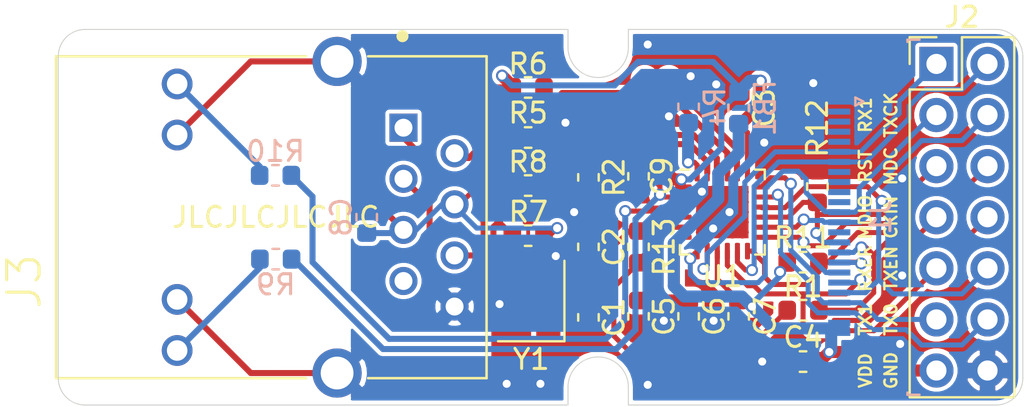
<source format=kicad_pcb>
(kicad_pcb (version 20171130) (host pcbnew "(5.1.6)-1")
  (layers (0 F.Cu signal) (31 B.Cu signal) (34 B.Paste user) (35 F.Paste user) (36 B.SilkS user) (37 F.SilkS user) (38 B.Mask user) (39 F.Mask user) (44 Edge.Cuts user))
  (net 0 "")
  (net 1 "Net-(C1-Pad2)")
  (net 2 GND)
  (net 3 "Net-(C2-Pad1)")
  (net 4 VDDA)
  (net 5 VDD)
  (net 6 "Net-(C5-Pad2)")
  (net 7 /TXD0)
  (net 8 /TXD1)
  (net 9 /TXEN)
  (net 10 /RXER)
  (net 11 /MDC)
  (net 12 /MDIO)
  (net 13 /CLKIN)
  (net 14 /RST)
  (net 15 /TXCK)
  (net 16 /RXD1)
  (net 17 "Net-(J1-Pad10)")
  (net 18 "Net-(J1-Pad9)")
  (net 19 "Net-(J1-Pad8)")
  (net 20 /CRS_DV)
  (net 21 /RXD0)
  (net 22 "Net-(J1-Pad5)")
  (net 23 "Net-(J1-Pad4)")
  (net 24 "Net-(J1-Pad3)")
  (net 25 "Net-(J1-Pad2)")
  (net 26 "Net-(J3-Pad12)")
  (net 27 "Net-(J3-Pad9)")
  (net 28 /LED_G)
  (net 29 /LED_Y)
  (net 30 "Net-(R4-Pad2)")
  (net 31 /RX_N)
  (net 32 /RX_P)
  (net 33 /TX_N)
  (net 34 /TX_P)
  (net 35 "Net-(J1-Pad14)")
  (net 36 "Net-(J1-Pad11)")
  (module Resistor_SMD:R_0603_1608Metric (layer F.Cu) (at 127.3048 83.5152 180)
    (fp_text reference R8 (at 0 1.1684) (layer F.SilkS))
    (fp_text value 49.9)
    (pad 2 smd roundrect (at 0.7875 0 180) (size 0.875 0.95) (layers F.Cu F.Paste F.Mask) (net 4 VDDA))
    (pad 1 smd roundrect (at -0.7875 0 180) (size 0.875 0.95) (layers F.Cu F.Paste F.Mask) (net 31 /RX_N))
  )
  (module Resistor_SMD:R_0603_1608Metric (layer F.Cu) (at 127.3048 86.0044)
    (fp_text reference R7 (at 0.0127 -1.1684) (layer F.SilkS))
    (fp_text value 49.9)
    (pad 2 smd roundrect (at 0.7875 0) (size 0.875 0.95) (layers F.Cu F.Paste F.Mask) (net 4 VDDA))
    (pad 1 smd roundrect (at -0.7875 0) (size 0.875 0.95) (layers F.Cu F.Paste F.Mask) (net 32 /RX_P))
  )
  (module Crystal:Crystal_SMD_3225-4Pin_3.2x2.5mm (layer F.Cu) (at 127.4572 89.2556 90)
    (fp_text reference Y1 (at -2.8956 0 180) (layer F.SilkS))
    (fp_text value 25M)
    (pad 4 smd rect (at -1.1 -0.85 90) (size 1.4 1.2) (layers F.Cu F.Paste F.Mask) (net 2 GND))
    (pad 3 smd rect (at 1.1 -0.85 90) (size 1.4 1.2) (layers F.Cu F.Paste F.Mask) (net 3 "Net-(C2-Pad1)"))
    (pad 2 smd rect (at 1.1 0.85 90) (size 1.4 1.2) (layers F.Cu F.Paste F.Mask) (net 2 GND))
    (pad 1 smd rect (at -1.1 0.85 90) (size 1.4 1.2) (layers F.Cu F.Paste F.Mask) (net 1 "Net-(C1-Pad2)"))
  )
  (module Package_DFN_QFN:QFN-24-1EP_4x4mm_P0.5mm_EP2.6x2.6mm (layer F.Cu) (at 136.9568 84.836)
    (fp_text reference U1 (at 0 3.2004) (layer F.SilkS))
    (fp_text value LAN8720A)
    (pad 25 smd rect (at 0 0) (size 2.6 2.6) (layers F.Cu F.Mask) (net 2 GND))
    (pad 24 smd roundrect (at -1.25 -1.9375) (size 0.25 0.825) (layers F.Cu F.Paste F.Mask) (net 30 "Net-(R4-Pad2)"))
    (pad 23 smd roundrect (at -0.75 -1.9375) (size 0.25 0.825) (layers F.Cu F.Paste F.Mask) (net 32 /RX_P))
    (pad 22 smd roundrect (at -0.25 -1.9375) (size 0.25 0.825) (layers F.Cu F.Paste F.Mask) (net 31 /RX_N))
    (pad 21 smd roundrect (at 0.25 -1.9375) (size 0.25 0.825) (layers F.Cu F.Paste F.Mask) (net 34 /TX_P))
    (pad 20 smd roundrect (at 0.75 -1.9375) (size 0.25 0.825) (layers F.Cu F.Paste F.Mask) (net 33 /TX_N))
    (pad 19 smd roundrect (at 1.25 -1.9375) (size 0.25 0.825) (layers F.Cu F.Paste F.Mask) (net 4 VDDA))
    (pad 18 smd roundrect (at 1.9375 -1.25) (size 0.825 0.25) (layers F.Cu F.Paste F.Mask) (net 8 /TXD1))
    (pad 17 smd roundrect (at 1.9375 -0.75) (size 0.825 0.25) (layers F.Cu F.Paste F.Mask) (net 7 /TXD0))
    (pad 16 smd roundrect (at 1.9375 -0.25) (size 0.825 0.25) (layers F.Cu F.Paste F.Mask) (net 9 /TXEN))
    (pad 15 smd roundrect (at 1.9375 0.25) (size 0.825 0.25) (layers F.Cu F.Paste F.Mask) (net 14 /RST))
    (pad 14 smd roundrect (at 1.9375 0.75) (size 0.825 0.25) (layers F.Cu F.Paste F.Mask) (net 15 /TXCK))
    (pad 13 smd roundrect (at 1.9375 1.25) (size 0.825 0.25) (layers F.Cu F.Paste F.Mask) (net 11 /MDC))
    (pad 12 smd roundrect (at 1.25 1.9375) (size 0.25 0.825) (layers F.Cu F.Paste F.Mask) (net 12 /MDIO))
    (pad 11 smd roundrect (at 0.75 1.9375) (size 0.25 0.825) (layers F.Cu F.Paste F.Mask) (net 20 /CRS_DV))
    (pad 10 smd roundrect (at 0.25 1.9375) (size 0.25 0.825) (layers F.Cu F.Paste F.Mask) (net 10 /RXER))
    (pad 9 smd roundrect (at -0.25 1.9375) (size 0.25 0.825) (layers F.Cu F.Paste F.Mask) (net 5 VDD))
    (pad 8 smd roundrect (at -0.75 1.9375) (size 0.25 0.825) (layers F.Cu F.Paste F.Mask) (net 21 /RXD0))
    (pad 7 smd roundrect (at -1.25 1.9375) (size 0.25 0.825) (layers F.Cu F.Paste F.Mask) (net 16 /RXD1))
    (pad 6 smd roundrect (at -1.9375 1.25) (size 0.825 0.25) (layers F.Cu F.Paste F.Mask) (net 6 "Net-(C5-Pad2)"))
    (pad 5 smd roundrect (at -1.9375 0.75) (size 0.825 0.25) (layers F.Cu F.Paste F.Mask) (net 1 "Net-(C1-Pad2)"))
    (pad 4 smd roundrect (at -1.9375 0.25) (size 0.825 0.25) (layers F.Cu F.Paste F.Mask) (net 3 "Net-(C2-Pad1)"))
    (pad 3 smd roundrect (at -1.9375 -0.25) (size 0.825 0.25) (layers F.Cu F.Paste F.Mask) (net 28 /LED_G))
    (pad 2 smd roundrect (at -1.9375 -0.75) (size 0.825 0.25) (layers F.Cu F.Paste F.Mask) (net 29 /LED_Y))
    (pad 1 smd roundrect (at -1.9375 -1.25) (size 0.825 0.25) (layers F.Cu F.Paste F.Mask) (net 4 VDDA))
  )
  (module Resistor_SMD:R_0603_1608Metric (layer F.Cu) (at 132.7912 86.5632 270)
    (fp_text reference R13 (at 0 -1.27 90) (layer F.SilkS))
    (fp_text value 1M)
    (pad 2 smd roundrect (at 0.7875 0 270) (size 0.875 0.95) (layers F.Cu F.Paste F.Mask) (net 1 "Net-(C1-Pad2)"))
    (pad 1 smd roundrect (at -0.7875 0 270) (size 0.875 0.95) (layers F.Cu F.Paste F.Mask) (net 3 "Net-(C2-Pad1)"))
  )
  (module Resistor_SMD:R_0603_1608Metric (layer F.Cu) (at 141.6812 83.566 90)
    (fp_text reference R12 (at 2.8956 0 90) (layer F.SilkS))
    (fp_text value 1k)
    (pad 2 smd roundrect (at 0.7875 0 90) (size 0.875 0.95) (layers F.Cu F.Paste F.Mask) (net 2 GND))
    (pad 1 smd roundrect (at -0.7875 0 90) (size 0.875 0.95) (layers F.Cu F.Paste F.Mask) (net 14 /RST))
  )
  (module Resistor_SMD:R_0603_1608Metric (layer F.Cu) (at 140.97 87.3252 180)
    (fp_text reference R11 (at 0 1.2192) (layer F.SilkS))
    (fp_text value 1.5k)
    (pad 1 smd roundrect (at -0.7875 0 180) (size 0.875 0.95) (layers F.Cu F.Paste F.Mask) (net 12 /MDIO))
    (pad 2 smd roundrect (at 0.7875 0 180) (size 0.875 0.95) (layers F.Cu F.Paste F.Mask) (net 5 VDD))
  )
  (module Resistor_SMD:R_0603_1608Metric (layer B.Cu) (at 114.7445 83.0072 180)
    (fp_text reference R10 (at 0 1.1938) (layer B.SilkS) (effects (justify mirror)))
    (fp_text value 680)
    (pad 2 smd roundrect (at 0.7875 0 180) (size 0.875 0.95) (layers B.Cu B.Paste B.Mask) (net 27 "Net-(J3-Pad9)"))
    (pad 1 smd roundrect (at -0.7875 0 180) (size 0.875 0.95) (layers B.Cu B.Paste B.Mask) (net 28 /LED_G))
  )
  (module Resistor_SMD:R_0603_1608Metric (layer B.Cu) (at 114.7572 87.1728 180)
    (fp_text reference R9 (at 0 -1.27) (layer B.SilkS) (effects (justify mirror)))
    (fp_text value 680)
    (pad 2 smd roundrect (at 0.7875 0 180) (size 0.875 0.95) (layers B.Cu B.Paste B.Mask) (net 26 "Net-(J3-Pad12)"))
    (pad 1 smd roundrect (at -0.7875 0 180) (size 0.875 0.95) (layers B.Cu B.Paste B.Mask) (net 29 /LED_Y))
  )
  (module Resistor_SMD:R_0603_1608Metric (layer F.Cu) (at 127.3048 78.6384)
    (fp_text reference R6 (at 0 -1.1684) (layer F.SilkS))
    (fp_text value 49.9)
    (pad 2 smd roundrect (at 0.7875 0) (size 0.875 0.95) (layers F.Cu F.Paste F.Mask) (net 33 /TX_N))
    (pad 1 smd roundrect (at -0.7875 0) (size 0.875 0.95) (layers F.Cu F.Paste F.Mask) (net 4 VDDA))
  )
  (module Resistor_SMD:R_0603_1608Metric (layer F.Cu) (at 127.3048 81.1276 180)
    (fp_text reference R5 (at 0 1.2192) (layer F.SilkS))
    (fp_text value 49.9)
    (pad 2 smd roundrect (at 0.7875 0 180) (size 0.875 0.95) (layers F.Cu F.Paste F.Mask) (net 34 /TX_P))
    (pad 1 smd roundrect (at -0.7875 0 180) (size 0.875 0.95) (layers F.Cu F.Paste F.Mask) (net 4 VDDA))
  )
  (module Resistor_SMD:R_0603_1608Metric (layer B.Cu) (at 135.2804 79.6036 270)
    (fp_text reference R4 (at 0 -1.3081 270) (layer B.SilkS) (effects (justify mirror)))
    (fp_text value 12.1k)
    (pad 2 smd roundrect (at 0.7875 0 270) (size 0.875 0.95) (layers B.Cu B.Paste B.Mask) (net 30 "Net-(R4-Pad2)"))
    (pad 1 smd roundrect (at -0.7875 0 270) (size 0.875 0.95) (layers B.Cu B.Paste B.Mask) (net 2 GND))
  )
  (module Resistor_SMD:R_0603_1608Metric (layer F.Cu) (at 130.302 83.1088 90)
    (fp_text reference R2 (at 0 1.27 90) (layer F.SilkS))
    (fp_text value 1k)
    (pad 2 smd roundrect (at 0.7875 0 90) (size 0.875 0.95) (layers F.Cu F.Paste F.Mask) (net 29 /LED_Y))
    (pad 1 smd roundrect (at -0.7875 0 90) (size 0.875 0.95) (layers F.Cu F.Paste F.Mask) (net 2 GND))
  )
  (module Resistor_SMD:R_0603_1608Metric (layer F.Cu) (at 140.97 89.7128)
    (fp_text reference R1 (at 0 -1.1684) (layer F.SilkS))
    (fp_text value 1k)
    (pad 2 smd roundrect (at 0.7875 0) (size 0.875 0.95) (layers F.Cu F.Paste F.Mask) (net 13 /CLKIN))
    (pad 1 smd roundrect (at -0.7875 0) (size 0.875 0.95) (layers F.Cu F.Paste F.Mask) (net 1 "Net-(C1-Pad2)"))
  )
  (module HR911105A:HANRUN_HR911105A (layer F.Cu) (at 114.7572 85.09 90)
    (fp_text reference J3 (at -3.18815 -12.50276 90) (layer F.SilkS) (effects (font (size 1.607654 1.607654))))
    (fp_text value HR911105A)
    (pad None np_thru_hole circle (at 5.715 0 90) (size 3.25 3.25) (drill 3.25) (layers *.Cu *.Mask))
    (pad None np_thru_hole circle (at -5.715 0 90) (size 3.25 3.25) (drill 3.25) (layers *.Cu *.Mask))
    (pad 16 thru_hole circle (at -7.745 3.05 90) (size 2.445 2.445) (drill 1.63) (layers *.Cu *.Mask) (net 2 GND))
    (pad 15 thru_hole circle (at 7.745 3.05 90) (size 2.445 2.445) (drill 1.63) (layers *.Cu *.Mask) (net 2 GND))
    (pad 11 thru_hole circle (at -4.085 -4.9 90) (size 1.53 1.53) (drill 1.02) (layers *.Cu *.Mask) (net 2 GND))
    (pad 12 thru_hole circle (at -6.625 -4.9 90) (size 1.53 1.53) (drill 1.02) (layers *.Cu *.Mask) (net 26 "Net-(J3-Pad12)"))
    (pad 10 thru_hole circle (at 4.085 -4.9 90) (size 1.53 1.53) (drill 1.02) (layers *.Cu *.Mask) (net 2 GND))
    (pad 9 thru_hole circle (at 6.625 -4.9 90) (size 1.53 1.53) (drill 1.02) (layers *.Cu *.Mask) (net 27 "Net-(J3-Pad9)"))
    (pad 8 thru_hole circle (at -4.44 8.89 90) (size 1.398 1.398) (drill 0.89) (layers *.Cu *.Mask) (net 2 GND))
    (pad 7 thru_hole circle (at -3.17 6.35 90) (size 1.398 1.398) (drill 0.89) (layers *.Cu *.Mask))
    (pad 6 thru_hole circle (at -1.9 8.89 90) (size 1.398 1.398) (drill 0.89) (layers *.Cu *.Mask) (net 31 /RX_N))
    (pad 5 thru_hole circle (at -0.63 6.35 90) (size 1.398 1.398) (drill 0.89) (layers *.Cu *.Mask) (net 4 VDDA))
    (pad 4 thru_hole circle (at 0.64 8.89 90) (size 1.398 1.398) (drill 0.89) (layers *.Cu *.Mask) (net 4 VDDA))
    (pad 3 thru_hole circle (at 1.91 6.35 90) (size 1.398 1.398) (drill 0.89) (layers *.Cu *.Mask) (net 32 /RX_P))
    (pad 2 thru_hole circle (at 3.18 8.89 90) (size 1.398 1.398) (drill 0.89) (layers *.Cu *.Mask) (net 33 /TX_N))
    (pad 1 thru_hole rect (at 4.45 6.35 90) (size 1.398 1.398) (drill 0.89) (layers *.Cu *.Mask) (net 34 /TX_P))
  )
  (module Connector_PinHeader_2.54mm:PinHeader_2x07_P2.54mm_Vertical (layer F.Cu) (at 147.5994 77.47)
    (fp_text reference J2 (at 1.27 -2.33) (layer F.SilkS))
    (fp_text value Conn_02x07_Odd_Even)
    (pad 14 thru_hole oval (at 2.54 15.24) (size 1.7 1.7) (drill 1) (layers *.Cu *.Mask) (net 2 GND))
    (pad 13 thru_hole oval (at 0 15.24) (size 1.7 1.7) (drill 1) (layers *.Cu *.Mask) (net 5 VDD))
    (pad 12 thru_hole oval (at 2.54 12.7) (size 1.7 1.7) (drill 1) (layers *.Cu *.Mask) (net 7 /TXD0))
    (pad 11 thru_hole oval (at 0 12.7) (size 1.7 1.7) (drill 1) (layers *.Cu *.Mask) (net 8 /TXD1))
    (pad 10 thru_hole oval (at 2.54 10.16) (size 1.7 1.7) (drill 1) (layers *.Cu *.Mask) (net 9 /TXEN))
    (pad 9 thru_hole oval (at 0 10.16) (size 1.7 1.7) (drill 1) (layers *.Cu *.Mask) (net 10 /RXER))
    (pad 8 thru_hole oval (at 2.54 7.62) (size 1.7 1.7) (drill 1) (layers *.Cu *.Mask) (net 13 /CLKIN))
    (pad 7 thru_hole oval (at 0 7.62) (size 1.7 1.7) (drill 1) (layers *.Cu *.Mask) (net 12 /MDIO))
    (pad 6 thru_hole oval (at 2.54 5.08) (size 1.7 1.7) (drill 1) (layers *.Cu *.Mask) (net 11 /MDC))
    (pad 5 thru_hole oval (at 0 5.08) (size 1.7 1.7) (drill 1) (layers *.Cu *.Mask) (net 14 /RST))
    (pad 4 thru_hole oval (at 2.54 2.54) (size 1.7 1.7) (drill 1) (layers *.Cu *.Mask) (net 15 /TXCK))
    (pad 3 thru_hole oval (at 0 2.54) (size 1.7 1.7) (drill 1) (layers *.Cu *.Mask) (net 16 /RXD1))
    (pad 2 thru_hole oval (at 2.54 0) (size 1.7 1.7) (drill 1) (layers *.Cu *.Mask) (net 20 /CRS_DV))
    (pad 1 thru_hole rect (at 0 0) (size 1.7 1.7) (drill 1) (layers *.Cu *.Mask) (net 21 /RXD0))
  )
  (module Connector_FFC-FPC:TE_2-1734839-4_1x24-1MP_P0.5mm_Horizontal (layer B.Cu) (at 144.1196 85.09 270)
    (fp_text reference J1 (at 0 -0.7112 90) (layer B.SilkS) (effects (justify mirror)))
    (fp_text value Conn_01x24_MountingPin)
    (pad MP smd rect (at 7.42 -0.35 270) (size 1.9 3.1) (drill (offset 0.2 0)) (layers B.Cu B.Paste B.Mask) (net 2 GND))
    (pad MP smd rect (at -7.42 -0.35 270) (size 1.9 3.1) (drill (offset -0.2 0)) (layers B.Cu B.Paste B.Mask) (net 2 GND))
    (pad 24 smd rect (at 5.75 1.35 270) (size 0.3 1.1) (layers B.Cu B.Paste B.Mask) (net 5 VDD))
    (pad 23 smd rect (at 5.25 1.35 270) (size 0.3 1.1) (layers B.Cu B.Paste B.Mask) (net 5 VDD))
    (pad 22 smd rect (at 4.75 1.35 270) (size 0.3 1.1) (layers B.Cu B.Paste B.Mask) (net 7 /TXD0))
    (pad 21 smd rect (at 4.25 1.35 270) (size 0.3 1.1) (layers B.Cu B.Paste B.Mask) (net 8 /TXD1))
    (pad 20 smd rect (at 3.75 1.35 270) (size 0.3 1.1) (layers B.Cu B.Paste B.Mask) (net 9 /TXEN))
    (pad 19 smd rect (at 3.25 1.35 270) (size 0.3 1.1) (layers B.Cu B.Paste B.Mask) (net 10 /RXER))
    (pad 18 smd rect (at 2.75 1.35 270) (size 0.3 1.1) (layers B.Cu B.Paste B.Mask) (net 11 /MDC))
    (pad 17 smd rect (at 2.25 1.35 270) (size 0.3 1.1) (layers B.Cu B.Paste B.Mask) (net 12 /MDIO))
    (pad 16 smd rect (at 1.75 1.35 270) (size 0.3 1.1) (layers B.Cu B.Paste B.Mask) (net 13 /CLKIN))
    (pad 15 smd rect (at 1.25 1.35 270) (size 0.3 1.1) (layers B.Cu B.Paste B.Mask) (net 14 /RST))
    (pad 14 smd rect (at 0.75 1.35 270) (size 0.3 1.1) (layers B.Cu B.Paste B.Mask) (net 35 "Net-(J1-Pad14)"))
    (pad 13 smd rect (at 0.25 1.35 270) (size 0.3 1.1) (layers B.Cu B.Paste B.Mask) (net 15 /TXCK))
    (pad 12 smd rect (at -0.25 1.35 270) (size 0.3 1.1) (layers B.Cu B.Paste B.Mask) (net 16 /RXD1))
    (pad 11 smd rect (at -0.75 1.35 270) (size 0.3 1.1) (layers B.Cu B.Paste B.Mask) (net 36 "Net-(J1-Pad11)"))
    (pad 10 smd rect (at -1.25 1.35 270) (size 0.3 1.1) (layers B.Cu B.Paste B.Mask) (net 17 "Net-(J1-Pad10)"))
    (pad 9 smd rect (at -1.75 1.35 270) (size 0.3 1.1) (layers B.Cu B.Paste B.Mask) (net 18 "Net-(J1-Pad9)"))
    (pad 8 smd rect (at -2.25 1.35 270) (size 0.3 1.1) (layers B.Cu B.Paste B.Mask) (net 19 "Net-(J1-Pad8)"))
    (pad 7 smd rect (at -2.75 1.35 270) (size 0.3 1.1) (layers B.Cu B.Paste B.Mask) (net 20 /CRS_DV))
    (pad 6 smd rect (at -3.25 1.35 270) (size 0.3 1.1) (layers B.Cu B.Paste B.Mask) (net 21 /RXD0))
    (pad 5 smd rect (at -3.75 1.35 270) (size 0.3 1.1) (layers B.Cu B.Paste B.Mask) (net 22 "Net-(J1-Pad5)"))
    (pad 4 smd rect (at -4.25 1.35 270) (size 0.3 1.1) (layers B.Cu B.Paste B.Mask) (net 23 "Net-(J1-Pad4)"))
    (pad 3 smd rect (at -4.75 1.35 270) (size 0.3 1.1) (layers B.Cu B.Paste B.Mask) (net 24 "Net-(J1-Pad3)"))
    (pad 2 smd rect (at -5.25 1.35 270) (size 0.3 1.1) (layers B.Cu B.Paste B.Mask) (net 25 "Net-(J1-Pad2)"))
    (pad 1 smd rect (at -5.75 1.35 270) (size 0.3 1.1) (layers B.Cu B.Paste B.Mask) (net 2 GND))
  )
  (module Inductor_SMD:L_0603_1608Metric (layer B.Cu) (at 137.7696 79.6544 90)
    (fp_text reference FB1 (at 0 1.3208 90) (layer B.SilkS) (effects (justify mirror)))
    (fp_text value FB)
    (pad 2 smd roundrect (at 0.7875 0 90) (size 0.875 0.95) (layers B.Cu B.Paste B.Mask) (net 4 VDDA))
    (pad 1 smd roundrect (at -0.7875 0 90) (size 0.875 0.95) (layers B.Cu B.Paste B.Mask) (net 5 VDD))
  )
  (module Capacitor_SMD:C_0603_1608Metric (layer F.Cu) (at 132.7912 83.058 270)
    (fp_text reference C9 (at 0 -1.1684 90) (layer F.SilkS))
    (fp_text value 0.1u)
    (pad 2 smd roundrect (at 0.7875 0 270) (size 0.875 0.95) (layers F.Cu F.Paste F.Mask) (net 2 GND))
    (pad 1 smd roundrect (at -0.7875 0 270) (size 0.875 0.95) (layers F.Cu F.Paste F.Mask) (net 4 VDDA))
  )
  (module Capacitor_SMD:C_0603_1608Metric (layer B.Cu) (at 119.2784 85.09 90)
    (fp_text reference C8 (at 0 -1.27 270) (layer B.SilkS) (effects (justify mirror)))
    (fp_text value 0.1u)
    (pad 2 smd roundrect (at 0.7875 0 90) (size 0.875 0.95) (layers B.Cu B.Paste B.Mask) (net 2 GND))
    (pad 1 smd roundrect (at -0.7875 0 90) (size 0.875 0.95) (layers B.Cu B.Paste B.Mask) (net 4 VDDA))
  )
  (module Capacitor_SMD:C_0603_1608Metric (layer F.Cu) (at 137.7696 90.0176 270)
    (fp_text reference C7 (at 0 -1.3208 90) (layer F.SilkS))
    (fp_text value 0.1u)
    (pad 2 smd roundrect (at 0.7875 0 270) (size 0.875 0.95) (layers F.Cu F.Paste F.Mask) (net 2 GND))
    (pad 1 smd roundrect (at -0.7875 0 270) (size 0.875 0.95) (layers F.Cu F.Paste F.Mask) (net 5 VDD))
  )
  (module Capacitor_SMD:C_0603_1608Metric (layer F.Cu) (at 135.2804 90.0176 90)
    (fp_text reference C6 (at 0 1.27 90) (layer F.SilkS))
    (fp_text value 0.1u)
    (pad 2 smd roundrect (at 0.7875 0 90) (size 0.875 0.95) (layers F.Cu F.Paste F.Mask) (net 6 "Net-(C5-Pad2)"))
    (pad 1 smd roundrect (at -0.7875 0 90) (size 0.875 0.95) (layers F.Cu F.Paste F.Mask) (net 2 GND))
  )
  (module Capacitor_SMD:C_0603_1608Metric (layer F.Cu) (at 132.7912 90.0176 90)
    (fp_text reference C5 (at 0 1.27 90) (layer F.SilkS))
    (fp_text value 10u)
    (pad 2 smd roundrect (at 0.7875 0 90) (size 0.875 0.95) (layers F.Cu F.Paste F.Mask) (net 6 "Net-(C5-Pad2)"))
    (pad 1 smd roundrect (at -0.7875 0 90) (size 0.875 0.95) (layers F.Cu F.Paste F.Mask) (net 2 GND))
  )
  (module Capacitor_SMD:C_0603_1608Metric (layer F.Cu) (at 140.97 92.2655 180)
    (fp_text reference C4 (at 0 1.2065) (layer F.SilkS))
    (fp_text value 10u)
    (pad 2 smd roundrect (at 0.7875 0 180) (size 0.875 0.95) (layers F.Cu F.Paste F.Mask) (net 2 GND))
    (pad 1 smd roundrect (at -0.7875 0 180) (size 0.875 0.95) (layers F.Cu F.Paste F.Mask) (net 5 VDD))
  )
  (module Capacitor_SMD:C_0603_1608Metric (layer F.Cu) (at 137.7696 79.6544 90)
    (fp_text reference C3 (at 0 1.27 90) (layer F.SilkS))
    (fp_text value 0.1u)
    (pad 2 smd roundrect (at 0.7875 0 90) (size 0.875 0.95) (layers F.Cu F.Paste F.Mask) (net 2 GND))
    (pad 1 smd roundrect (at -0.7875 0 90) (size 0.875 0.95) (layers F.Cu F.Paste F.Mask) (net 4 VDDA))
  )
  (module Capacitor_SMD:C_0603_1608Metric (layer F.Cu) (at 130.302 86.5632 90)
    (fp_text reference C2 (at 0 1.27 90) (layer F.SilkS))
    (fp_text value C)
    (pad 2 smd roundrect (at 0.7875 0 90) (size 0.875 0.95) (layers F.Cu F.Paste F.Mask) (net 2 GND))
    (pad 1 smd roundrect (at -0.7875 0 90) (size 0.875 0.95) (layers F.Cu F.Paste F.Mask) (net 3 "Net-(C2-Pad1)"))
  )
  (module Capacitor_SMD:C_0603_1608Metric (layer F.Cu) (at 130.302 90.0684 90)
    (fp_text reference C1 (at 0 1.27 90) (layer F.SilkS))
    (fp_text value C)
    (pad 2 smd roundrect (at 0.7875 0 90) (size 0.875 0.95) (layers F.Cu F.Paste F.Mask) (net 1 "Net-(C1-Pad2)"))
    (pad 1 smd roundrect (at -0.7875 0 90) (size 0.875 0.95) (layers F.Cu F.Paste F.Mask) (net 2 GND))
  )
  (gr_text JLCJLCJLCJLC (at 114.7572 85.09) (layer F.SilkS) (effects (font (size 1 1))))
  (gr_text TXCK (at 145.3388 80.01 90) (layer F.SilkS) (effects (font (size 0.6 0.6) (thickness 0.12))))
  (gr_text MDC (at 145.3388 82.55 90) (layer F.SilkS) (effects (font (size 0.6 0.6) (thickness 0.12))))
  (gr_text CKIN (at 145.3388 85.09 90) (layer F.SilkS) (effects (font (size 0.6 0.6) (thickness 0.12))))
  (gr_text TXEN (at 145.3388 87.63 90) (layer F.SilkS) (effects (font (size 0.6 0.6) (thickness 0.12))))
  (gr_text TX0 (at 145.3388 90.17 90) (layer F.SilkS) (effects (font (size 0.6 0.6) (thickness 0.12))))
  (gr_text RX1 (at 144.0688 80.01 90) (layer F.SilkS) (effects (font (size 0.6 0.6) (thickness 0.12))))
  (gr_text RST (at 144.0688 82.55 90) (layer F.SilkS) (effects (font (size 0.6 0.6) (thickness 0.12))))
  (gr_text MDIO (at 144.0688 85.09 90) (layer F.SilkS) (effects (font (size 0.6 0.6) (thickness 0.12))))
  (gr_text RXER (at 144.0688 87.63 90) (layer F.SilkS) (effects (font (size 0.6 0.6) (thickness 0.12))))
  (gr_text TX1 (at 144.0688 90.17 90) (layer F.SilkS) (effects (font (size 0.6 0.6) (thickness 0.12))))
  (gr_text GND (at 145.3388 92.71 90) (layer F.SilkS) (effects (font (size 0.6 0.6) (thickness 0.12))))
  (gr_text VDD (at 144.0688 92.71 90) (layer F.SilkS) (effects (font (size 0.6 0.6) (thickness 0.12))))
  (gr_line (start 129.286 94.4245) (end 105.283 94.4245) (layer Edge.Cuts) (width 0.05))
  (gr_line (start 132.286 94.4245) (end 150.5585 94.4245) (layer Edge.Cuts) (width 0.05))
  (gr_line (start 132.286 94.4245) (end 132.286 93.5355) (layer Edge.Cuts) (width 0.05))
  (gr_arc (start 130.786 93.5355) (end 132.286 93.5355) (angle -180) (layer Edge.Cuts) (width 0.05))
  (gr_line (start 129.286 94.4245) (end 129.286 93.5355) (layer Edge.Cuts) (width 0.05))
  (gr_line (start 105.283 75.7555) (end 129.286 75.7555) (layer Edge.Cuts) (width 0.05))
  (gr_line (start 132.286 75.7555) (end 150.5585 75.7555) (layer Edge.Cuts) (width 0.05))
  (gr_line (start 129.286 75.7555) (end 129.286 76.6445) (layer Edge.Cuts) (width 0.05))
  (gr_line (start 132.286 75.7555) (end 132.286 76.6445) (layer Edge.Cuts) (width 0.05))
  (gr_arc (start 130.786 76.6445) (end 129.286 76.6445) (angle -180) (layer Edge.Cuts) (width 0.05))
  (gr_line (start 103.9495 77.089) (end 103.9495 93.091) (layer Edge.Cuts) (width 0.05))
  (gr_arc (start 105.283 77.089) (end 105.283 75.7555) (angle -90) (layer Edge.Cuts) (width 0.05))
  (gr_arc (start 105.283 93.091) (end 103.9495 93.091) (angle -90) (layer Edge.Cuts) (width 0.05))
  (gr_line (start 151.892 77.089) (end 151.892 93.091) (layer Edge.Cuts) (width 0.05))
  (gr_arc (start 150.5585 93.091) (end 150.5585 94.4245) (angle -90) (layer Edge.Cuts) (width 0.05))
  (gr_arc (start 150.5585 77.089) (end 151.892 77.089) (angle -90) (layer Edge.Cuts) (width 0.05))
  (segment (start 132.7912 87.2363) (end 132.7912 87.3507) (width 0.25) (layer F.Cu) (net 1))
  (segment (start 135.0193 85.586) (end 134.4415 85.586) (width 0.25) (layer F.Cu) (net 1))
  (segment (start 134.4415 85.586) (end 132.7912 87.2363) (width 0.25) (layer F.Cu) (net 1))
  (segment (start 130.302 89.2809) (end 130.861 89.2809) (width 0.25) (layer F.Cu) (net 1))
  (segment (start 131.5657 88.5762) (end 132.7912 87.3507) (width 0.25) (layer F.Cu) (net 1))
  (segment (start 130.861 89.2809) (end 131.5657 88.5762) (width 0.25) (layer F.Cu) (net 1))
  (segment (start 138.2013 91.694) (end 140.1825 89.7128) (width 0.25) (layer F.Cu) (net 1))
  (segment (start 132.2705 91.694) (end 138.2013 91.694) (width 0.25) (layer F.Cu) (net 1))
  (segment (start 131.5657 88.5762) (end 131.5657 90.9892) (width 0.25) (layer F.Cu) (net 1))
  (segment (start 131.5657 90.9892) (end 132.2705 91.694) (width 0.25) (layer F.Cu) (net 1))
  (segment (start 129.8195 89.2809) (end 130.302 89.2809) (width 0.25) (layer F.Cu) (net 1))
  (segment (start 128.2564 90.254) (end 128.8464 90.254) (width 0.25) (layer F.Cu) (net 1))
  (segment (start 128.8464 90.254) (end 129.8195 89.2809) (width 0.25) (layer F.Cu) (net 1))
  (via (at 135.9408 83.82) (size 0.6) (drill 0.4) (layers F.Cu B.Cu) (net 2))
  (via (at 136.4996 85.6488) (size 0.6) (drill 0.4) (layers F.Cu B.Cu) (net 2))
  (via (at 137.3124 84.836) (size 0.6) (drill 0.4) (layers F.Cu B.Cu) (net 2))
  (via (at 136.525 90.2335) (size 0.6) (drill 0.4) (layers F.Cu B.Cu) (net 2))
  (via (at 134.0485 90.2335) (size 0.6) (drill 0.4) (layers F.Cu B.Cu) (net 2))
  (via (at 141.478 78.4225) (size 0.6) (drill 0.4) (layers F.Cu B.Cu) (net 2))
  (via (at 134.3025 80.0735) (size 0.6) (drill 0.4) (layers F.Cu B.Cu) (net 2))
  (via (at 129.159 80.391) (size 0.6) (drill 0.4) (layers F.Cu B.Cu) (net 2))
  (segment (start 113.5172 92.835) (end 109.8572 89.175) (width 0.3) (layer F.Cu) (net 2))
  (segment (start 117.8072 92.835) (end 113.5172 92.835) (width 0.3) (layer F.Cu) (net 2))
  (segment (start 113.5172 77.345) (end 109.8572 81.005) (width 0.3) (layer F.Cu) (net 2))
  (segment (start 117.8072 77.345) (end 113.5172 77.345) (width 0.3) (layer F.Cu) (net 2))
  (via (at 138.938 92.2655) (size 0.6) (drill 0.4) (layers F.Cu B.Cu) (net 2))
  (via (at 128.6764 87.0204) (size 0.6) (drill 0.4) (layers F.Cu B.Cu) (net 2))
  (via (at 126.238 93.3704) (size 0.6) (drill 0.4) (layers F.Cu B.Cu) (net 2))
  (via (at 127.9144 93.3704) (size 0.6) (drill 0.4) (layers F.Cu B.Cu) (net 2))
  (via (at 139.0396 81.3816) (size 0.6) (drill 0.4) (layers F.Cu B.Cu) (net 2))
  (via (at 136.652 78.486) (size 0.6) (drill 0.4) (layers F.Cu B.Cu) (net 2))
  (via (at 135.382 78.0796) (size 0.6) (drill 0.4) (layers F.Cu B.Cu) (net 2))
  (via (at 125.8824 89.408) (size 0.6) (drill 0.4) (layers F.Cu B.Cu) (net 2))
  (via (at 145.8976 87.9856) (size 0.6) (drill 0.4) (layers F.Cu B.Cu) (net 2))
  (via (at 145.8976 83.1596) (size 0.6) (drill 0.4) (layers F.Cu B.Cu) (net 2))
  (via (at 145.796 91.3892) (size 0.6) (drill 0.4) (layers F.Cu B.Cu) (net 2))
  (via (at 129.5908 84.836) (size 0.6) (drill 0.4) (layers F.Cu B.Cu) (net 2))
  (via (at 133.2484 76.5048) (size 0.6) (drill 0.4) (layers F.Cu B.Cu) (net 2))
  (via (at 133.2484 93.4212) (size 0.6) (drill 0.4) (layers F.Cu B.Cu) (net 2))
  (segment (start 132.31505 85.7757) (end 132.7912 85.7757) (width 0.25) (layer F.Cu) (net 3))
  (segment (start 130.302 87.3507) (end 130.74005 87.3507) (width 0.25) (layer F.Cu) (net 3))
  (segment (start 130.74005 87.3507) (end 132.31505 85.7757) (width 0.25) (layer F.Cu) (net 3))
  (segment (start 126.6072 88.340602) (end 126.6072 88.1556) (width 0.25) (layer F.Cu) (net 3))
  (segment (start 129.3495 88.3032) (end 129.3495 88.998302) (width 0.25) (layer F.Cu) (net 3))
  (segment (start 129.3495 88.998302) (end 129.092202 89.2556) (width 0.25) (layer F.Cu) (net 3))
  (segment (start 127.522198 89.2556) (end 126.6072 88.340602) (width 0.25) (layer F.Cu) (net 3))
  (segment (start 130.302 87.3507) (end 129.3495 88.3032) (width 0.25) (layer F.Cu) (net 3))
  (segment (start 129.092202 89.2556) (end 127.522198 89.2556) (width 0.25) (layer F.Cu) (net 3))
  (segment (start 133.1723 85.7757) (end 132.7912 85.7757) (width 0.25) (layer F.Cu) (net 3))
  (segment (start 135.0193 85.086) (end 133.862 85.086) (width 0.25) (layer F.Cu) (net 3))
  (segment (start 133.862 85.086) (end 133.1723 85.7757) (width 0.25) (layer F.Cu) (net 3))
  (segment (start 138.2068 80.8791) (end 137.7696 80.4419) (width 0.25) (layer F.Cu) (net 4))
  (segment (start 138.2068 82.8985) (end 138.2068 80.8791) (width 0.25) (layer F.Cu) (net 4))
  (segment (start 123.8935 84.45) (end 123.6472 84.45) (width 0.25) (layer F.Cu) (net 4))
  (segment (start 126.5173 83.5152) (end 124.8283 83.5152) (width 0.25) (layer F.Cu) (net 4))
  (segment (start 124.8283 83.5152) (end 123.8935 84.45) (width 0.25) (layer F.Cu) (net 4))
  (segment (start 126.5173 83.5152) (end 126.5173 83.1597) (width 0.25) (layer F.Cu) (net 4))
  (segment (start 128.0923 81.5847) (end 128.0923 81.1276) (width 0.25) (layer F.Cu) (net 4))
  (segment (start 126.5173 83.1597) (end 128.0923 81.5847) (width 0.25) (layer F.Cu) (net 4))
  (segment (start 128.0923 86.0044) (end 128.3716 86.0044) (width 0.25) (layer F.Cu) (net 4))
  (segment (start 128.3716 86.0044) (end 128.74625 85.62975) (width 0.25) (layer F.Cu) (net 4))
  (segment (start 128.74625 85.62975) (end 128.8415 85.5345) (width 0.25) (layer F.Cu) (net 4))
  (via (at 128.74625 85.62975) (size 0.6) (drill 0.4) (layers F.Cu B.Cu) (net 4))
  (segment (start 137.7696 80.4419) (end 137.9094 80.4419) (width 0.6) (layer F.Cu) (net 4))
  (segment (start 138.8619 78.3083) (end 138.8619 78.3083) (width 0.6) (layer F.Cu) (net 4))
  (via (at 138.8619 78.3083) (size 0.6) (drill 0.4) (layers F.Cu B.Cu) (net 4))
  (segment (start 138.3282 78.3083) (end 137.7696 78.8669) (width 0.6) (layer B.Cu) (net 4))
  (segment (start 138.8619 78.3083) (end 138.3282 78.3083) (width 0.6) (layer B.Cu) (net 4))
  (segment (start 126.0094 78.0542) (end 125.984 78.0288) (width 0.3) (layer B.Cu) (net 4))
  (via (at 126.0094 78.0542) (size 0.6) (drill 0.4) (layers F.Cu B.Cu) (net 4))
  (segment (start 126.0094 78.0542) (end 126.3649 78.4097) (width 0.6) (layer F.Cu) (net 4))
  (segment (start 119.6848 84.2976) (end 121.1072 85.72) (width 0.3) (layer F.Cu) (net 4))
  (segment (start 119.6848 79.7052) (end 119.6848 84.2976) (width 0.3) (layer F.Cu) (net 4))
  (segment (start 126.5173 78.6384) (end 120.7516 78.6384) (width 0.3) (layer F.Cu) (net 4))
  (segment (start 120.7516 78.6384) (end 119.6848 79.7052) (width 0.3) (layer F.Cu) (net 4))
  (segment (start 126.492 78.5368) (end 126.0094 78.0542) (width 0.3) (layer B.Cu) (net 4))
  (segment (start 137.7696 78.6384) (end 136.4996 77.3684) (width 0.3) (layer B.Cu) (net 4))
  (segment (start 137.7696 78.8669) (end 137.7696 78.6384) (width 0.3) (layer B.Cu) (net 4))
  (segment (start 131.5974 78.5368) (end 126.492 78.5368) (width 0.3) (layer B.Cu) (net 4))
  (segment (start 136.4996 77.3684) (end 132.7658 77.3684) (width 0.3) (layer B.Cu) (net 4))
  (segment (start 132.7658 77.3684) (end 131.5974 78.5368) (width 0.3) (layer B.Cu) (net 4))
  (via (at 134.9248 83.210402) (size 0.6) (drill 0.4) (layers F.Cu B.Cu) (net 4))
  (segment (start 135.349064 83.210402) (end 134.9248 83.210402) (width 0.3) (layer B.Cu) (net 4))
  (segment (start 136.906 79.7305) (end 136.906 81.653466) (width 0.3) (layer B.Cu) (net 4))
  (segment (start 136.906 81.653466) (end 135.349064 83.210402) (width 0.3) (layer B.Cu) (net 4))
  (segment (start 135.0193 83.304902) (end 134.9248 83.210402) (width 0.25) (layer F.Cu) (net 4))
  (segment (start 135.0193 83.586) (end 135.0193 83.304902) (width 0.25) (layer F.Cu) (net 4))
  (segment (start 137.7696 78.8669) (end 136.906 79.7305) (width 0.3) (layer B.Cu) (net 4))
  (segment (start 123.6472 84.5312) (end 123.6472 84.45) (width 0.25) (layer B.Cu) (net 4))
  (segment (start 128.74625 85.62975) (end 124.74575 85.62975) (width 0.25) (layer B.Cu) (net 4))
  (segment (start 124.74575 85.62975) (end 123.6472 84.5312) (width 0.25) (layer B.Cu) (net 4))
  (segment (start 123.6472 84.45) (end 123.0172 84.45) (width 0.25) (layer B.Cu) (net 4))
  (segment (start 121.7472 85.72) (end 121.1072 85.72) (width 0.25) (layer B.Cu) (net 4))
  (segment (start 123.0172 84.45) (end 121.7472 85.72) (width 0.25) (layer B.Cu) (net 4))
  (segment (start 120.9497 85.8775) (end 121.1072 85.72) (width 0.3) (layer B.Cu) (net 4))
  (segment (start 119.2784 85.8775) (end 120.9497 85.8775) (width 0.3) (layer B.Cu) (net 4))
  (segment (start 132.7912 82.2705) (end 133.594102 82.2705) (width 0.6) (layer F.Cu) (net 4))
  (segment (start 134.534004 83.210402) (end 134.9248 83.210402) (width 0.6) (layer F.Cu) (net 4))
  (segment (start 133.594102 82.2705) (end 134.534004 83.210402) (width 0.6) (layer F.Cu) (net 4))
  (segment (start 138.8619 79.4765) (end 138.8619 78.3083) (width 0.6) (layer F.Cu) (net 4))
  (segment (start 137.7696 80.4419) (end 137.8965 80.4419) (width 0.6) (layer F.Cu) (net 4))
  (segment (start 137.8965 80.4419) (end 138.8619 79.4765) (width 0.6) (layer F.Cu) (net 4))
  (segment (start 137.7696 80.4419) (end 137.9094 80.4419) (width 0.6) (layer B.Cu) (net 5))
  (segment (start 136.7068 88.1673) (end 137.7696 89.2301) (width 0.25) (layer F.Cu) (net 5))
  (segment (start 136.7068 86.7735) (end 136.7068 88.1673) (width 0.25) (layer F.Cu) (net 5))
  (segment (start 137.7696 89.2301) (end 138.1251 89.2301) (width 0.6) (layer F.Cu) (net 5))
  (segment (start 138.1251 89.2301) (end 138.43 89.535) (width 0.6) (layer F.Cu) (net 5))
  (via (at 138.43 89.535) (size 0.6) (drill 0.4) (layers F.Cu B.Cu) (net 5))
  (segment (start 138.43 89.535) (end 139.5095 90.6145) (width 0.6) (layer B.Cu) (net 5))
  (segment (start 141.7575 92.2655) (end 141.7955 92.2655) (width 0.6) (layer F.Cu) (net 5))
  (segment (start 141.7955 92.2655) (end 142.27175 91.78925) (width 0.6) (layer F.Cu) (net 5))
  (via (at 142.27175 91.78925) (size 0.6) (drill 0.4) (layers F.Cu B.Cu) (net 5))
  (segment (start 142.367 90.6145) (end 142.367 91.694) (width 0.6) (layer B.Cu) (net 5))
  (segment (start 142.367 91.694) (end 142.27175 91.78925) (width 0.6) (layer B.Cu) (net 5))
  (segment (start 142.367 90.6145) (end 143.002 90.6145) (width 0.6) (layer B.Cu) (net 5))
  (segment (start 139.5095 90.6145) (end 142.367 90.6145) (width 0.6) (layer B.Cu) (net 5))
  (segment (start 145.796 92.71) (end 147.5994 92.71) (width 0.6) (layer F.Cu) (net 5))
  (segment (start 142.27175 91.78925) (end 144.87525 91.78925) (width 0.6) (layer F.Cu) (net 5))
  (segment (start 144.87525 91.78925) (end 145.796 92.71) (width 0.6) (layer F.Cu) (net 5))
  (segment (start 136.7536 82.9056) (end 137.7696 81.8896) (width 0.6) (layer B.Cu) (net 5))
  (segment (start 134.544749 86.384451) (end 136.7536 84.1756) (width 0.6) (layer B.Cu) (net 5))
  (segment (start 134.544749 88.507249) (end 134.544749 86.384451) (width 0.6) (layer B.Cu) (net 5))
  (segment (start 138.43 89.535) (end 137.927412 89.032412) (width 0.6) (layer B.Cu) (net 5))
  (segment (start 136.7536 84.1756) (end 136.7536 82.9056) (width 0.6) (layer B.Cu) (net 5))
  (segment (start 137.927412 89.032412) (end 135.069912 89.032412) (width 0.6) (layer B.Cu) (net 5))
  (segment (start 137.7696 81.8896) (end 137.7696 80.4672) (width 0.6) (layer B.Cu) (net 5))
  (segment (start 135.069912 89.032412) (end 134.544749 88.507249) (width 0.6) (layer B.Cu) (net 5))
  (via (at 139.827 87.8078) (size 0.6) (drill 0.4) (layers F.Cu B.Cu) (net 5))
  (segment (start 139.827 87.9094) (end 139.827 87.8078) (width 0.25) (layer F.Cu) (net 5))
  (segment (start 140.1825 87.3252) (end 139.827 87.6807) (width 0.25) (layer F.Cu) (net 5))
  (segment (start 139.827 87.6807) (end 139.827 87.8078) (width 0.25) (layer F.Cu) (net 5))
  (segment (start 139.827 87.8078) (end 139.827 88.011) (width 0.3) (layer B.Cu) (net 5))
  (segment (start 138.43 89.408) (end 138.43 89.535) (width 0.3) (layer B.Cu) (net 5))
  (segment (start 139.827 88.011) (end 138.43 89.408) (width 0.3) (layer B.Cu) (net 5))
  (segment (start 132.7912 89.2301) (end 135.2804 89.2301) (width 0.6) (layer F.Cu) (net 6))
  (segment (start 134.9501 89.2301) (end 135.2804 89.2301) (width 0.25) (layer F.Cu) (net 6))
  (segment (start 134.719749 86.260251) (end 134.719749 88.999749) (width 0.25) (layer F.Cu) (net 6))
  (segment (start 135.0193 86.086) (end 134.894 86.086) (width 0.25) (layer F.Cu) (net 6))
  (segment (start 134.719749 88.999749) (end 134.9501 89.2301) (width 0.25) (layer F.Cu) (net 6))
  (segment (start 134.894 86.086) (end 134.719749 86.260251) (width 0.25) (layer F.Cu) (net 6))
  (segment (start 143.5696 89.84) (end 144.4076 90.678) (width 0.25) (layer B.Cu) (net 7))
  (segment (start 142.7696 89.84) (end 143.5696 89.84) (width 0.25) (layer B.Cu) (net 7))
  (segment (start 144.4076 90.678) (end 146.1008 90.678) (width 0.25) (layer B.Cu) (net 7))
  (segment (start 146.1008 90.678) (end 146.8628 91.44) (width 0.25) (layer B.Cu) (net 7))
  (segment (start 148.8694 91.44) (end 150.1394 90.17) (width 0.25) (layer B.Cu) (net 7))
  (segment (start 146.8628 91.44) (end 148.8694 91.44) (width 0.25) (layer B.Cu) (net 7))
  (via (at 139.717411 83.971006) (size 0.6) (drill 0.4) (layers F.Cu B.Cu) (net 7))
  (segment (start 139.752194 83.971006) (end 139.717411 83.971006) (width 0.25) (layer F.Cu) (net 7))
  (segment (start 138.8943 84.086) (end 139.602417 84.086) (width 0.25) (layer F.Cu) (net 7))
  (segment (start 139.602417 84.086) (end 139.717411 83.971006) (width 0.25) (layer F.Cu) (net 7))
  (segment (start 139.8524 83.8708) (end 139.752194 83.971006) (width 0.25) (layer F.Cu) (net 7))
  (segment (start 141.7064 89.84) (end 142.7696 89.84) (width 0.25) (layer B.Cu) (net 7))
  (segment (start 139.8524 84.105995) (end 139.8524 86.857398) (width 0.25) (layer B.Cu) (net 7))
  (segment (start 139.717411 83.971006) (end 139.8524 84.105995) (width 0.25) (layer B.Cu) (net 7))
  (segment (start 139.8524 86.857398) (end 141.224 88.228998) (width 0.25) (layer B.Cu) (net 7))
  (segment (start 141.224 88.228998) (end 141.224 89.3576) (width 0.25) (layer B.Cu) (net 7))
  (segment (start 141.224 89.3576) (end 141.7064 89.84) (width 0.25) (layer B.Cu) (net 7))
  (via (at 140.3604 83.42901) (size 0.6) (drill 0.4) (layers F.Cu B.Cu) (net 8))
  (segment (start 143.8484 89.34) (end 142.7696 89.34) (width 0.25) (layer B.Cu) (net 8))
  (segment (start 147.5994 90.17) (end 144.6784 90.17) (width 0.25) (layer B.Cu) (net 8))
  (segment (start 144.6784 90.17) (end 143.8484 89.34) (width 0.25) (layer B.Cu) (net 8))
  (segment (start 138.8943 83.586) (end 139.351289 83.129011) (width 0.25) (layer F.Cu) (net 8))
  (segment (start 139.351289 83.129011) (end 140.060401 83.129011) (width 0.25) (layer F.Cu) (net 8))
  (segment (start 140.060401 83.129011) (end 140.3604 83.42901) (width 0.25) (layer F.Cu) (net 8))
  (segment (start 141.9696 89.34) (end 141.6812 89.0516) (width 0.25) (layer B.Cu) (net 8))
  (segment (start 141.6812 88.049787) (end 140.3604 86.728987) (width 0.25) (layer B.Cu) (net 8))
  (segment (start 142.7696 89.34) (end 141.9696 89.34) (width 0.25) (layer B.Cu) (net 8))
  (segment (start 141.6812 89.0516) (end 141.6812 88.049787) (width 0.25) (layer B.Cu) (net 8))
  (segment (start 140.3604 83.853274) (end 140.3604 83.42901) (width 0.25) (layer B.Cu) (net 8))
  (segment (start 140.3604 86.728987) (end 140.3604 83.853274) (width 0.25) (layer B.Cu) (net 8))
  (segment (start 142.7696 88.84) (end 144.078 88.84) (width 0.25) (layer B.Cu) (net 9))
  (segment (start 144.078 88.84) (end 144.7292 88.1888) (width 0.25) (layer B.Cu) (net 9))
  (segment (start 145.4404 88.9) (end 144.7292 88.1888) (width 0.25) (layer B.Cu) (net 9))
  (segment (start 150.1394 87.63) (end 148.8694 88.9) (width 0.25) (layer B.Cu) (net 9))
  (segment (start 148.8694 88.9) (end 145.4404 88.9) (width 0.25) (layer B.Cu) (net 9))
  (segment (start 144.7292 84.4296) (end 144.8816 84.2772) (width 0.25) (layer B.Cu) (net 9))
  (segment (start 144.7292 88.1888) (end 144.7292 84.4296) (width 0.25) (layer B.Cu) (net 9))
  (via (at 144.8816 84.2772) (size 0.6) (drill 0.4) (layers F.Cu B.Cu) (net 9))
  (segment (start 138.921112 84.612812) (end 140.075588 84.612812) (width 0.25) (layer F.Cu) (net 9))
  (segment (start 138.8943 84.586) (end 138.921112 84.612812) (width 0.25) (layer F.Cu) (net 9))
  (segment (start 141.117599 83.570801) (end 144.175201 83.570801) (width 0.25) (layer F.Cu) (net 9))
  (segment (start 140.075588 84.612812) (end 141.117599 83.570801) (width 0.25) (layer F.Cu) (net 9))
  (segment (start 144.175201 83.570801) (end 144.8816 84.2772) (width 0.25) (layer F.Cu) (net 9))
  (segment (start 143.6636 88.34) (end 143.8148 88.1888) (width 0.25) (layer B.Cu) (net 10))
  (via (at 143.8148 88.1888) (size 0.6) (drill 0.4) (layers F.Cu B.Cu) (net 10))
  (segment (start 142.7696 88.34) (end 143.6636 88.34) (width 0.25) (layer B.Cu) (net 10))
  (segment (start 147.5994 87.63) (end 144.5006 90.7288) (width 0.25) (layer F.Cu) (net 10))
  (segment (start 144.5006 90.7288) (end 141.3256 90.7288) (width 0.25) (layer F.Cu) (net 10))
  (segment (start 141.3256 90.7288) (end 140.97 90.3732) (width 0.25) (layer F.Cu) (net 10))
  (segment (start 140.97 90.3732) (end 140.97 88.9) (width 0.25) (layer F.Cu) (net 10))
  (segment (start 143.1036 88.9) (end 143.8148 88.1888) (width 0.25) (layer F.Cu) (net 10))
  (segment (start 140.97 88.9) (end 143.1036 88.9) (width 0.25) (layer F.Cu) (net 10))
  (segment (start 138.5316 88.4936) (end 138.938 88.9) (width 0.25) (layer F.Cu) (net 10))
  (segment (start 138.938 88.9) (end 140.97 88.9) (width 0.25) (layer F.Cu) (net 10))
  (segment (start 138.216196 88.4936) (end 138.5316 88.4936) (width 0.25) (layer F.Cu) (net 10))
  (segment (start 137.2068 86.7735) (end 137.2068 87.484204) (width 0.25) (layer F.Cu) (net 10))
  (segment (start 137.2068 87.484204) (end 138.216196 88.4936) (width 0.25) (layer F.Cu) (net 10))
  (segment (start 141.16829 86.50749) (end 140.9954 86.3346) (width 0.25) (layer F.Cu) (net 11))
  (segment (start 148.8694 83.82) (end 146.939 83.82) (width 0.25) (layer F.Cu) (net 11))
  (segment (start 150.1394 82.55) (end 148.8694 83.82) (width 0.25) (layer F.Cu) (net 11))
  (segment (start 143.080901 85.403012) (end 141.976423 86.50749) (width 0.25) (layer F.Cu) (net 11))
  (segment (start 141.976423 86.50749) (end 141.16829 86.50749) (width 0.25) (layer F.Cu) (net 11))
  (segment (start 146.939 83.82) (end 145.355988 85.403012) (width 0.25) (layer F.Cu) (net 11))
  (segment (start 145.355988 85.403012) (end 143.080901 85.403012) (width 0.25) (layer F.Cu) (net 11))
  (segment (start 140.9954 86.3346) (end 140.97 86.3092) (width 0.25) (layer F.Cu) (net 11))
  (via (at 140.9954 86.3346) (size 0.6) (drill 0.4) (layers F.Cu B.Cu) (net 11))
  (segment (start 140.7468 86.086) (end 140.9954 86.3346) (width 0.25) (layer F.Cu) (net 11))
  (segment (start 138.8943 86.086) (end 140.7468 86.086) (width 0.25) (layer F.Cu) (net 11))
  (segment (start 140.9954 86.727577) (end 140.9954 86.3346) (width 0.25) (layer B.Cu) (net 11))
  (segment (start 142.7696 87.84) (end 142.107823 87.84) (width 0.25) (layer B.Cu) (net 11))
  (segment (start 142.107823 87.84) (end 140.9954 86.727577) (width 0.25) (layer B.Cu) (net 11))
  (segment (start 143.8508 87.34) (end 143.8508 87.34) (width 0.25) (layer B.Cu) (net 12))
  (segment (start 143.805432 87.34) (end 143.855243 87.389811) (width 0.25) (layer B.Cu) (net 12))
  (via (at 143.855243 87.389811) (size 0.6) (drill 0.4) (layers F.Cu B.Cu) (net 12))
  (segment (start 142.7696 87.34) (end 143.805432 87.34) (width 0.25) (layer B.Cu) (net 12))
  (segment (start 147.5994 85.09) (end 146.836377 85.853023) (width 0.25) (layer F.Cu) (net 12))
  (segment (start 146.836377 85.853023) (end 143.688187 85.853023) (width 0.25) (layer F.Cu) (net 12))
  (segment (start 143.790632 87.3252) (end 143.855243 87.389811) (width 0.25) (layer F.Cu) (net 12))
  (segment (start 141.7575 87.3252) (end 143.790632 87.3252) (width 0.25) (layer F.Cu) (net 12))
  (segment (start 138.4371 86.7735) (end 138.2068 86.7735) (width 0.25) (layer F.Cu) (net 12))
  (segment (start 139.055001 87.391401) (end 138.4371 86.7735) (width 0.25) (layer F.Cu) (net 12))
  (segment (start 141.7575 87.3252) (end 141.7575 87.8002) (width 0.25) (layer F.Cu) (net 12))
  (segment (start 141.7575 87.8002) (end 141.124899 88.432801) (width 0.25) (layer F.Cu) (net 12))
  (segment (start 139.436001 88.432801) (end 139.055001 88.051801) (width 0.25) (layer F.Cu) (net 12))
  (segment (start 141.124899 88.432801) (end 139.436001 88.432801) (width 0.25) (layer F.Cu) (net 12))
  (segment (start 139.055001 88.051801) (end 139.055001 87.391401) (width 0.25) (layer F.Cu) (net 12))
  (segment (start 142.21601 87.3252) (end 141.7575 87.3252) (width 0.25) (layer F.Cu) (net 12))
  (segment (start 143.688187 85.853023) (end 142.21601 87.3252) (width 0.25) (layer F.Cu) (net 12))
  (segment (start 142.7696 86.84) (end 143.480052 86.84) (width 0.25) (layer B.Cu) (net 13))
  (via (at 143.86667 86.58988) (size 0.6) (drill 0.4) (layers F.Cu B.Cu) (net 13))
  (segment (start 143.480052 86.84) (end 143.730172 86.58988) (width 0.25) (layer B.Cu) (net 13))
  (segment (start 143.730172 86.58988) (end 143.86667 86.58988) (width 0.25) (layer B.Cu) (net 13))
  (segment (start 144.480245 86.974645) (end 144.09548 86.58988) (width 0.25) (layer F.Cu) (net 13))
  (segment (start 144.480245 88.844155) (end 144.480245 86.974645) (width 0.25) (layer F.Cu) (net 13))
  (segment (start 144.09548 86.58988) (end 143.86667 86.58988) (width 0.25) (layer F.Cu) (net 13))
  (segment (start 141.7575 89.7128) (end 143.6116 89.7128) (width 0.25) (layer F.Cu) (net 13))
  (segment (start 143.6116 89.7128) (end 144.480245 88.844155) (width 0.25) (layer F.Cu) (net 13))
  (segment (start 145.09489 86.36) (end 144.480245 86.974645) (width 0.25) (layer F.Cu) (net 13))
  (segment (start 150.1394 85.09) (end 148.8694 86.36) (width 0.25) (layer F.Cu) (net 13))
  (segment (start 148.8694 86.36) (end 145.09489 86.36) (width 0.25) (layer F.Cu) (net 13))
  (segment (start 140.97131 84.3535) (end 141.6812 84.3535) (width 0.25) (layer F.Cu) (net 14))
  (segment (start 140.23881 85.086) (end 140.97131 84.3535) (width 0.25) (layer F.Cu) (net 14))
  (segment (start 138.8943 85.086) (end 140.23881 85.086) (width 0.25) (layer F.Cu) (net 14))
  (segment (start 141.6812 84.3535) (end 141.6812 84.9376) (width 0.25) (layer F.Cu) (net 14))
  (segment (start 145.130801 84.953001) (end 141.696601 84.953001) (width 0.25) (layer F.Cu) (net 14))
  (segment (start 141.696601 84.953001) (end 141.6812 84.9376) (width 0.25) (layer F.Cu) (net 14))
  (segment (start 147.533802 82.55) (end 145.130801 84.953001) (width 0.25) (layer F.Cu) (net 14))
  (segment (start 147.5994 82.55) (end 147.533802 82.55) (width 0.25) (layer F.Cu) (net 14))
  (segment (start 142.7696 86.34) (end 141.9696 86.34) (width 0.25) (layer B.Cu) (net 14))
  (segment (start 141.9696 86.34) (end 141.6304 86.0008) (width 0.25) (layer B.Cu) (net 14))
  (segment (start 141.6812 85.823606) (end 141.6304 85.874406) (width 0.25) (layer F.Cu) (net 14))
  (via (at 141.6304 85.874406) (size 0.6) (drill 0.4) (layers F.Cu B.Cu) (net 14))
  (segment (start 141.6304 86.0008) (end 141.6304 85.874406) (width 0.25) (layer B.Cu) (net 14))
  (segment (start 141.6812 84.9376) (end 141.6812 85.823606) (width 0.25) (layer F.Cu) (net 14))
  (segment (start 140.622709 85.586) (end 141.003551 85.205158) (width 0.25) (layer F.Cu) (net 15))
  (via (at 141.003551 85.205158) (size 0.6) (drill 0.4) (layers F.Cu B.Cu) (net 15))
  (segment (start 138.8943 85.586) (end 140.622709 85.586) (width 0.25) (layer F.Cu) (net 15))
  (segment (start 143.8188 85.34) (end 142.7696 85.34) (width 0.25) (layer B.Cu) (net 15))
  (segment (start 148.8694 81.28) (end 146.8628 81.28) (width 0.25) (layer B.Cu) (net 15))
  (segment (start 150.1394 80.01) (end 148.8694 81.28) (width 0.25) (layer B.Cu) (net 15))
  (segment (start 146.8628 81.28) (end 144.2212 83.9216) (width 0.25) (layer B.Cu) (net 15))
  (segment (start 144.2212 83.9216) (end 144.2212 84.9376) (width 0.25) (layer B.Cu) (net 15))
  (segment (start 144.2212 84.9376) (end 143.8188 85.34) (width 0.25) (layer B.Cu) (net 15))
  (segment (start 142.020996 85.34) (end 141.930401 85.249405) (width 0.25) (layer B.Cu) (net 15))
  (segment (start 142.7696 85.34) (end 142.020996 85.34) (width 0.25) (layer B.Cu) (net 15))
  (segment (start 141.047798 85.249405) (end 141.003551 85.205158) (width 0.25) (layer B.Cu) (net 15))
  (segment (start 141.930401 85.249405) (end 141.047798 85.249405) (width 0.25) (layer B.Cu) (net 15))
  (segment (start 143.764 83.64079) (end 147.39479 80.01) (width 0.25) (layer B.Cu) (net 16))
  (segment (start 143.764 84.6328) (end 143.764 83.64079) (width 0.25) (layer B.Cu) (net 16))
  (segment (start 147.39479 80.01) (end 147.5994 80.01) (width 0.25) (layer B.Cu) (net 16))
  (segment (start 142.7696 84.84) (end 143.5568 84.84) (width 0.25) (layer B.Cu) (net 16))
  (segment (start 143.5568 84.84) (end 143.764 84.6328) (width 0.25) (layer B.Cu) (net 16))
  (segment (start 135.2296 87.1728) (end 135.344985 87.1728) (width 0.25) (layer F.Cu) (net 16))
  (segment (start 135.363497 87.116803) (end 135.363497 87.154288) (width 0.25) (layer F.Cu) (net 16))
  (segment (start 135.344985 87.1728) (end 135.363497 87.154288) (width 0.25) (layer F.Cu) (net 16))
  (via (at 135.363497 87.154288) (size 0.6) (drill 0.4) (layers F.Cu B.Cu) (net 16))
  (segment (start 135.7068 86.7735) (end 135.363497 87.116803) (width 0.25) (layer F.Cu) (net 16))
  (segment (start 135.363497 87.926891) (end 135.363497 87.154288) (width 0.25) (layer B.Cu) (net 16))
  (segment (start 142.744601 84.815001) (end 142.066601 84.815001) (width 0.25) (layer B.Cu) (net 16))
  (segment (start 141.1224 83.199798) (end 140.726602 82.804) (width 0.25) (layer B.Cu) (net 16))
  (segment (start 142.066601 84.815001) (end 141.1224 83.8708) (width 0.25) (layer B.Cu) (net 16))
  (segment (start 142.7696 84.84) (end 142.744601 84.815001) (width 0.25) (layer B.Cu) (net 16))
  (segment (start 135.777806 88.3412) (end 135.363497 87.926891) (width 0.25) (layer B.Cu) (net 16))
  (segment (start 140.726602 82.804) (end 139.959415 82.804) (width 0.25) (layer B.Cu) (net 16))
  (segment (start 138.7348 88.3412) (end 135.777806 88.3412) (width 0.25) (layer B.Cu) (net 16))
  (segment (start 139.959415 82.804) (end 139.09241 83.671005) (width 0.25) (layer B.Cu) (net 16))
  (segment (start 141.1224 83.8708) (end 141.1224 83.199798) (width 0.25) (layer B.Cu) (net 16))
  (segment (start 139.09241 83.671005) (end 139.09241 87.98359) (width 0.25) (layer B.Cu) (net 16))
  (segment (start 139.09241 87.98359) (end 138.7348 88.3412) (width 0.25) (layer B.Cu) (net 16))
  (segment (start 148.8694 78.74) (end 150.1394 77.47) (width 0.25) (layer B.Cu) (net 20))
  (segment (start 144.0756 82.34) (end 146.2532 80.1624) (width 0.25) (layer B.Cu) (net 20))
  (segment (start 146.2532 80.1624) (end 146.2532 79.5528) (width 0.25) (layer B.Cu) (net 20))
  (segment (start 142.7696 82.34) (end 144.0756 82.34) (width 0.25) (layer B.Cu) (net 20))
  (segment (start 146.2532 79.5528) (end 147.066 78.74) (width 0.25) (layer B.Cu) (net 20))
  (segment (start 147.066 78.74) (end 148.8694 78.74) (width 0.25) (layer B.Cu) (net 20))
  (via (at 138.43 87.71619) (size 0.6) (drill 0.4) (layers F.Cu B.Cu) (net 20))
  (segment (start 139.7576 82.34) (end 138.537799 83.559801) (width 0.25) (layer B.Cu) (net 20))
  (segment (start 137.7068 86.7735) (end 137.7068 87.3132) (width 0.25) (layer F.Cu) (net 20))
  (segment (start 137.7068 87.3132) (end 138.10979 87.71619) (width 0.25) (layer F.Cu) (net 20))
  (segment (start 138.537799 83.559801) (end 138.537799 87.608391) (width 0.25) (layer B.Cu) (net 20))
  (segment (start 142.7696 82.34) (end 139.7576 82.34) (width 0.25) (layer B.Cu) (net 20))
  (segment (start 138.537799 87.608391) (end 138.43 87.71619) (width 0.25) (layer B.Cu) (net 20))
  (segment (start 138.10979 87.71619) (end 138.43 87.71619) (width 0.25) (layer F.Cu) (net 20))
  (segment (start 135.9408 87.7316) (end 135.9408 87.7316) (width 0.25) (layer F.Cu) (net 21))
  (segment (start 136.2068 87.4656) (end 136.017004 87.655396) (width 0.25) (layer F.Cu) (net 21))
  (via (at 136.017004 87.655396) (size 0.6) (drill 0.4) (layers F.Cu B.Cu) (net 21))
  (segment (start 136.2068 86.7735) (end 136.2068 87.4656) (width 0.25) (layer F.Cu) (net 21))
  (segment (start 136.2068 87.4656) (end 136.017004 87.655396) (width 0.25) (layer B.Cu) (net 21))
  (segment (start 139.5845 81.84) (end 138.0744 83.3501) (width 0.25) (layer B.Cu) (net 21))
  (segment (start 142.7696 81.84) (end 139.5845 81.84) (width 0.25) (layer B.Cu) (net 21))
  (segment (start 138.0744 83.3501) (end 138.0744 85.0392) (width 0.25) (layer B.Cu) (net 21))
  (segment (start 136.2068 86.9068) (end 136.2068 87.4656) (width 0.25) (layer B.Cu) (net 21))
  (segment (start 138.0744 85.0392) (end 136.2068 86.9068) (width 0.25) (layer B.Cu) (net 21))
  (segment (start 143.836501 81.84) (end 142.7696 81.84) (width 0.25) (layer B.Cu) (net 21))
  (segment (start 145.7452 79.931301) (end 143.836501 81.84) (width 0.25) (layer B.Cu) (net 21))
  (segment (start 147.5994 77.47) (end 145.7452 79.3242) (width 0.25) (layer B.Cu) (net 21))
  (segment (start 145.7452 79.3242) (end 145.7452 79.931301) (width 0.25) (layer B.Cu) (net 21))
  (segment (start 113.9697 87.1728) (end 113.9697 87.6025) (width 0.3) (layer B.Cu) (net 26))
  (segment (start 113.9697 87.6025) (end 109.8572 91.715) (width 0.3) (layer B.Cu) (net 26))
  (segment (start 113.957 83.0072) (end 113.957 82.5648) (width 0.3) (layer B.Cu) (net 27))
  (segment (start 113.957 82.5648) (end 109.8572 78.465) (width 0.3) (layer B.Cu) (net 27))
  (via (at 132.1308 84.7852) (size 0.6) (drill 0.4) (layers F.Cu B.Cu) (net 28))
  (segment (start 132.9944 84.7852) (end 132.1308 84.7852) (width 0.25) (layer F.Cu) (net 28))
  (segment (start 133.55001 84.63599) (end 133.4008 84.7852) (width 0.25) (layer F.Cu) (net 28))
  (segment (start 133.4008 84.7852) (end 132.9944 84.7852) (width 0.25) (layer F.Cu) (net 28))
  (segment (start 135.0193 84.586) (end 134.96931 84.63599) (width 0.25) (layer F.Cu) (net 28))
  (segment (start 134.96931 84.63599) (end 133.55001 84.63599) (width 0.25) (layer F.Cu) (net 28))
  (segment (start 132.1308 90.17) (end 131.1656 91.1352) (width 0.3) (layer B.Cu) (net 28))
  (segment (start 120.396 91.1352) (end 116.586 87.3252) (width 0.3) (layer B.Cu) (net 28))
  (segment (start 116.586 84.0612) (end 115.532 83.0072) (width 0.3) (layer B.Cu) (net 28))
  (segment (start 131.1656 91.1352) (end 120.396 91.1352) (width 0.3) (layer B.Cu) (net 28))
  (segment (start 132.1308 84.7852) (end 132.1308 90.17) (width 0.3) (layer B.Cu) (net 28))
  (segment (start 116.586 87.3252) (end 116.586 84.0612) (width 0.3) (layer B.Cu) (net 28))
  (via (at 133.858 83.9724) (size 0.6) (drill 0.4) (layers F.Cu B.Cu) (net 29))
  (segment (start 135.0193 84.086) (end 133.9716 84.086) (width 0.25) (layer F.Cu) (net 29))
  (segment (start 133.367864 83.058) (end 133.858 83.548136) (width 0.25) (layer F.Cu) (net 29))
  (segment (start 134.0104 83.8708) (end 133.9088 83.9724) (width 0.25) (layer F.Cu) (net 29))
  (segment (start 133.9088 83.9724) (end 133.858 83.9724) (width 0.25) (layer F.Cu) (net 29))
  (segment (start 133.9716 84.086) (end 133.858 83.9724) (width 0.25) (layer F.Cu) (net 29))
  (segment (start 133.858 83.548136) (end 133.858 83.9724) (width 0.25) (layer F.Cu) (net 29))
  (segment (start 131.0387 83.058) (end 133.367864 83.058) (width 0.25) (layer F.Cu) (net 29))
  (segment (start 130.302 82.3213) (end 131.0387 83.058) (width 0.25) (layer F.Cu) (net 29))
  (segment (start 132.6388 85.1916) (end 133.858 83.9724) (width 0.3) (layer B.Cu) (net 29))
  (segment (start 115.6208 87.1728) (end 120.0912 91.6432) (width 0.3) (layer B.Cu) (net 29))
  (segment (start 115.57 87.1728) (end 115.6208 87.1728) (width 0.3) (layer B.Cu) (net 29))
  (segment (start 120.0912 91.6432) (end 131.676798 91.6432) (width 0.3) (layer B.Cu) (net 29))
  (segment (start 131.676798 91.6432) (end 132.6388 90.681198) (width 0.3) (layer B.Cu) (net 29))
  (segment (start 132.6388 90.681198) (end 132.6388 85.1916) (width 0.3) (layer B.Cu) (net 29))
  (segment (start 135.7068 82.8985) (end 135.7068 82.494872) (width 0.25) (layer F.Cu) (net 30))
  (segment (start 135.7068 82.494872) (end 135.571428 82.3595) (width 0.25) (layer F.Cu) (net 30))
  (segment (start 135.571428 82.3595) (end 135.255 82.3595) (width 0.25) (layer F.Cu) (net 30))
  (segment (start 135.255 82.3595) (end 135.255 82.3595) (width 0.25) (layer F.Cu) (net 30))
  (via (at 135.255 82.3595) (size 0.6) (drill 0.4) (layers F.Cu B.Cu) (net 30))
  (segment (start 135.255 80.4165) (end 135.2804 80.3911) (width 0.6) (layer B.Cu) (net 30))
  (segment (start 135.255 82.3595) (end 135.255 80.4165) (width 0.6) (layer B.Cu) (net 30))
  (segment (start 123.6472 86.99) (end 123.6472 86.868) (width 0.3) (layer F.Cu) (net 31))
  (segment (start 128.140644 83.418782) (end 128.2074 83.426304) (width 0.3) (layer F.Cu) (net 31))
  (segment (start 128.077235 83.396594) (end 128.140644 83.418782) (width 0.3) (layer F.Cu) (net 31))
  (segment (start 129.643208 80.997986) (end 129.598704 81.003) (width 0.3) (layer F.Cu) (net 31))
  (segment (start 129.68548 80.983194) (end 129.643208 80.997986) (width 0.3) (layer F.Cu) (net 31))
  (segment (start 129.723401 80.959367) (end 129.68548 80.983194) (width 0.3) (layer F.Cu) (net 31))
  (segment (start 129.874006 80.646634) (end 129.842337 80.678303) (width 0.3) (layer F.Cu) (net 31))
  (segment (start 129.998704 80.603) (end 129.954199 80.608015) (width 0.3) (layer F.Cu) (net 31))
  (segment (start 130.28548 80.622807) (end 130.243208 80.608015) (width 0.3) (layer F.Cu) (net 31))
  (segment (start 132.643208 80.608015) (end 132.598704 80.603) (width 0.3) (layer F.Cu) (net 31))
  (segment (start 132.68548 80.622807) (end 132.643208 80.608015) (width 0.3) (layer F.Cu) (net 31))
  (segment (start 131.443208 80.608015) (end 131.398704 80.603) (width 0.3) (layer F.Cu) (net 31))
  (segment (start 132.311927 80.622807) (end 132.274006 80.646634) (width 0.3) (layer F.Cu) (net 31))
  (segment (start 132.81851 80.889777) (end 132.803718 80.847505) (width 0.3) (layer F.Cu) (net 31))
  (segment (start 129.793689 80.847505) (end 129.778897 80.889777) (width 0.3) (layer F.Cu) (net 31))
  (segment (start 131.01851 80.716224) (end 131.003718 80.758496) (width 0.3) (layer F.Cu) (net 31))
  (segment (start 132.723401 80.646634) (end 132.68548 80.622807) (width 0.3) (layer F.Cu) (net 31))
  (segment (start 131.711927 80.983194) (end 131.674006 80.959367) (width 0.3) (layer F.Cu) (net 31))
  (segment (start 132.998704 81.003) (end 132.954199 80.997986) (width 0.3) (layer F.Cu) (net 31))
  (segment (start 129.778897 80.889777) (end 129.75507 80.927698) (width 0.3) (layer F.Cu) (net 31))
  (segment (start 131.578897 80.716224) (end 131.55507 80.678303) (width 0.3) (layer F.Cu) (net 31))
  (segment (start 133.198704 81.003) (end 132.998704 81.003) (width 0.3) (layer F.Cu) (net 31))
  (segment (start 129.75507 80.927698) (end 129.723401 80.959367) (width 0.3) (layer F.Cu) (net 31))
  (segment (start 132.874006 80.959367) (end 132.842337 80.927698) (width 0.3) (layer F.Cu) (net 31))
  (segment (start 129.598704 81.003) (end 128.9074 81.694304) (width 0.3) (layer F.Cu) (net 31))
  (segment (start 133.243208 80.997986) (end 133.198704 81.003) (width 0.3) (layer F.Cu) (net 31))
  (segment (start 130.598704 81.003) (end 130.554199 80.997986) (width 0.3) (layer F.Cu) (net 31))
  (segment (start 130.41851 80.889777) (end 130.403718 80.847505) (width 0.3) (layer F.Cu) (net 31))
  (segment (start 133.28548 80.983194) (end 133.243208 80.997986) (width 0.3) (layer F.Cu) (net 31))
  (segment (start 131.523401 80.646634) (end 131.48548 80.622807) (width 0.3) (layer F.Cu) (net 31))
  (segment (start 131.198704 80.603) (end 131.154199 80.608015) (width 0.3) (layer F.Cu) (net 31))
  (segment (start 133.35507 80.927698) (end 133.323401 80.959367) (width 0.3) (layer F.Cu) (net 31))
  (segment (start 132.793689 80.758496) (end 132.778897 80.716224) (width 0.3) (layer F.Cu) (net 31))
  (segment (start 132.08548 80.983194) (end 132.043208 80.997986) (width 0.3) (layer F.Cu) (net 31))
  (segment (start 131.111927 80.622807) (end 131.074006 80.646634) (width 0.3) (layer F.Cu) (net 31))
  (segment (start 132.123401 80.959367) (end 132.08548 80.983194) (width 0.3) (layer F.Cu) (net 31))
  (segment (start 134.154199 80.997986) (end 134.111927 80.983194) (width 0.3) (layer F.Cu) (net 31))
  (segment (start 131.003718 80.758496) (end 130.993689 80.847505) (width 0.3) (layer F.Cu) (net 31))
  (segment (start 130.554199 80.997986) (end 130.511927 80.983194) (width 0.3) (layer F.Cu) (net 31))
  (segment (start 134.074006 80.959367) (end 134.042337 80.927698) (width 0.3) (layer F.Cu) (net 31))
  (segment (start 132.398704 80.603) (end 132.354199 80.608015) (width 0.3) (layer F.Cu) (net 31))
  (segment (start 132.193689 80.847505) (end 132.178897 80.889777) (width 0.3) (layer F.Cu) (net 31))
  (segment (start 133.511927 80.622807) (end 133.474006 80.646634) (width 0.3) (layer F.Cu) (net 31))
  (segment (start 132.203718 80.758496) (end 132.193689 80.847505) (width 0.3) (layer F.Cu) (net 31))
  (segment (start 133.923401 80.646634) (end 133.88548 80.622807) (width 0.3) (layer F.Cu) (net 31))
  (segment (start 130.198704 80.603) (end 129.998704 80.603) (width 0.3) (layer F.Cu) (net 31))
  (segment (start 136.683 82.159504) (end 135.526496 81.003) (width 0.3) (layer F.Cu) (net 31))
  (segment (start 131.55507 80.678303) (end 131.523401 80.646634) (width 0.3) (layer F.Cu) (net 31))
  (segment (start 134.01851 80.889777) (end 134.003718 80.847505) (width 0.3) (layer F.Cu) (net 31))
  (segment (start 133.41851 80.716224) (end 133.403718 80.758496) (width 0.3) (layer F.Cu) (net 31))
  (segment (start 130.511927 80.983194) (end 130.474006 80.959367) (width 0.3) (layer F.Cu) (net 31))
  (segment (start 131.603718 80.847505) (end 131.593689 80.758496) (width 0.3) (layer F.Cu) (net 31))
  (segment (start 133.978897 80.716224) (end 133.95507 80.678303) (width 0.3) (layer F.Cu) (net 31))
  (segment (start 136.683 82.8747) (end 136.683 82.159504) (width 0.3) (layer F.Cu) (net 31))
  (segment (start 132.21851 80.716224) (end 132.203718 80.758496) (width 0.3) (layer F.Cu) (net 31))
  (segment (start 132.598704 80.603) (end 132.398704 80.603) (width 0.3) (layer F.Cu) (net 31))
  (segment (start 135.526496 81.003) (end 134.198704 81.003) (width 0.3) (layer F.Cu) (net 31))
  (segment (start 131.398704 80.603) (end 131.198704 80.603) (width 0.3) (layer F.Cu) (net 31))
  (segment (start 129.803718 80.758496) (end 129.793689 80.847505) (width 0.3) (layer F.Cu) (net 31))
  (segment (start 132.911927 80.983194) (end 132.874006 80.959367) (width 0.3) (layer F.Cu) (net 31))
  (segment (start 131.48548 80.622807) (end 131.443208 80.608015) (width 0.3) (layer F.Cu) (net 31))
  (segment (start 131.674006 80.959367) (end 131.642337 80.927698) (width 0.3) (layer F.Cu) (net 31))
  (segment (start 133.442337 80.678303) (end 133.41851 80.716224) (width 0.3) (layer F.Cu) (net 31))
  (segment (start 129.842337 80.678303) (end 129.81851 80.716224) (width 0.3) (layer F.Cu) (net 31))
  (segment (start 133.323401 80.959367) (end 133.28548 80.983194) (width 0.3) (layer F.Cu) (net 31))
  (segment (start 129.954199 80.608015) (end 129.911927 80.622807) (width 0.3) (layer F.Cu) (net 31))
  (segment (start 130.378897 80.716224) (end 130.35507 80.678303) (width 0.3) (layer F.Cu) (net 31))
  (segment (start 134.111927 80.983194) (end 134.074006 80.959367) (width 0.3) (layer F.Cu) (net 31))
  (segment (start 130.923401 80.959367) (end 130.88548 80.983194) (width 0.3) (layer F.Cu) (net 31))
  (segment (start 133.88548 80.622807) (end 133.843208 80.608015) (width 0.3) (layer F.Cu) (net 31))
  (segment (start 134.042337 80.927698) (end 134.01851 80.889777) (width 0.3) (layer F.Cu) (net 31))
  (segment (start 131.642337 80.927698) (end 131.61851 80.889777) (width 0.3) (layer F.Cu) (net 31))
  (segment (start 131.154199 80.608015) (end 131.111927 80.622807) (width 0.3) (layer F.Cu) (net 31))
  (segment (start 133.798704 80.603) (end 133.598704 80.603) (width 0.3) (layer F.Cu) (net 31))
  (segment (start 133.843208 80.608015) (end 133.798704 80.603) (width 0.3) (layer F.Cu) (net 31))
  (segment (start 131.593689 80.758496) (end 131.578897 80.716224) (width 0.3) (layer F.Cu) (net 31))
  (segment (start 133.95507 80.678303) (end 133.923401 80.646634) (width 0.3) (layer F.Cu) (net 31))
  (segment (start 131.754199 80.997986) (end 131.711927 80.983194) (width 0.3) (layer F.Cu) (net 31))
  (segment (start 130.323401 80.646634) (end 130.28548 80.622807) (width 0.3) (layer F.Cu) (net 31))
  (segment (start 130.843208 80.997986) (end 130.798704 81.003) (width 0.3) (layer F.Cu) (net 31))
  (segment (start 133.554199 80.608015) (end 133.511927 80.622807) (width 0.3) (layer F.Cu) (net 31))
  (segment (start 132.178897 80.889777) (end 132.15507 80.927698) (width 0.3) (layer F.Cu) (net 31))
  (segment (start 129.81851 80.716224) (end 129.803718 80.758496) (width 0.3) (layer F.Cu) (net 31))
  (segment (start 130.978897 80.889777) (end 130.95507 80.927698) (width 0.3) (layer F.Cu) (net 31))
  (segment (start 133.378897 80.889777) (end 133.35507 80.927698) (width 0.3) (layer F.Cu) (net 31))
  (segment (start 132.15507 80.927698) (end 132.123401 80.959367) (width 0.3) (layer F.Cu) (net 31))
  (segment (start 130.474006 80.959367) (end 130.442337 80.927698) (width 0.3) (layer F.Cu) (net 31))
  (segment (start 132.954199 80.997986) (end 132.911927 80.983194) (width 0.3) (layer F.Cu) (net 31))
  (segment (start 133.474006 80.646634) (end 133.442337 80.678303) (width 0.3) (layer F.Cu) (net 31))
  (segment (start 130.35507 80.678303) (end 130.323401 80.646634) (width 0.3) (layer F.Cu) (net 31))
  (segment (start 133.598704 80.603) (end 133.554199 80.608015) (width 0.3) (layer F.Cu) (net 31))
  (segment (start 131.074006 80.646634) (end 131.042337 80.678303) (width 0.3) (layer F.Cu) (net 31))
  (segment (start 132.354199 80.608015) (end 132.311927 80.622807) (width 0.3) (layer F.Cu) (net 31))
  (segment (start 133.993689 80.758496) (end 133.978897 80.716224) (width 0.3) (layer F.Cu) (net 31))
  (segment (start 132.274006 80.646634) (end 132.242337 80.678303) (width 0.3) (layer F.Cu) (net 31))
  (segment (start 132.803718 80.847505) (end 132.793689 80.758496) (width 0.3) (layer F.Cu) (net 31))
  (segment (start 132.242337 80.678303) (end 132.21851 80.716224) (width 0.3) (layer F.Cu) (net 31))
  (segment (start 132.778897 80.716224) (end 132.75507 80.678303) (width 0.3) (layer F.Cu) (net 31))
  (segment (start 132.043208 80.997986) (end 131.998704 81.003) (width 0.3) (layer F.Cu) (net 31))
  (segment (start 129.911927 80.622807) (end 129.874006 80.646634) (width 0.3) (layer F.Cu) (net 31))
  (segment (start 133.393689 80.847505) (end 133.378897 80.889777) (width 0.3) (layer F.Cu) (net 31))
  (segment (start 131.998704 81.003) (end 131.798704 81.003) (width 0.3) (layer F.Cu) (net 31))
  (segment (start 132.75507 80.678303) (end 132.723401 80.646634) (width 0.3) (layer F.Cu) (net 31))
  (segment (start 131.798704 81.003) (end 131.754199 80.997986) (width 0.3) (layer F.Cu) (net 31))
  (segment (start 132.842337 80.927698) (end 132.81851 80.889777) (width 0.3) (layer F.Cu) (net 31))
  (segment (start 131.61851 80.889777) (end 131.603718 80.847505) (width 0.3) (layer F.Cu) (net 31))
  (segment (start 131.042337 80.678303) (end 131.01851 80.716224) (width 0.3) (layer F.Cu) (net 31))
  (segment (start 130.993689 80.847505) (end 130.978897 80.889777) (width 0.3) (layer F.Cu) (net 31))
  (segment (start 130.95507 80.927698) (end 130.923401 80.959367) (width 0.3) (layer F.Cu) (net 31))
  (segment (start 134.003718 80.847505) (end 133.993689 80.758496) (width 0.3) (layer F.Cu) (net 31))
  (segment (start 130.88548 80.983194) (end 130.843208 80.997986) (width 0.3) (layer F.Cu) (net 31))
  (segment (start 134.198704 81.003) (end 134.154199 80.997986) (width 0.3) (layer F.Cu) (net 31))
  (segment (start 130.798704 81.003) (end 130.598704 81.003) (width 0.3) (layer F.Cu) (net 31))
  (segment (start 133.403718 80.758496) (end 133.393689 80.847505) (width 0.3) (layer F.Cu) (net 31))
  (segment (start 130.442337 80.927698) (end 130.41851 80.889777) (width 0.3) (layer F.Cu) (net 31))
  (segment (start 130.403718 80.847505) (end 130.393689 80.758496) (width 0.3) (layer F.Cu) (net 31))
  (segment (start 130.243208 80.608015) (end 130.198704 80.603) (width 0.3) (layer F.Cu) (net 31))
  (segment (start 130.393689 80.758496) (end 130.378897 80.716224) (width 0.3) (layer F.Cu) (net 31))
  (segment (start 124.6428 86.99) (end 123.6472 86.99) (width 0.3) (layer F.Cu) (net 31))
  (segment (start 125.089697 85.273103) (end 125.089697 86.543103) (width 0.3) (layer F.Cu) (net 31))
  (segment (start 124.735104 84.907872) (end 124.776989 84.960395) (width 0.3) (layer F.Cu) (net 31))
  (segment (start 124.705956 84.847346) (end 124.735104 84.907872) (width 0.3) (layer F.Cu) (net 31))
  (segment (start 124.691006 84.781853) (end 124.705956 84.847346) (width 0.3) (layer F.Cu) (net 31))
  (segment (start 125.430553 84.754794) (end 125.37803 84.712909) (width 0.3) (layer F.Cu) (net 31))
  (segment (start 125.491079 84.783942) (end 125.430553 84.754794) (width 0.3) (layer F.Cu) (net 31))
  (segment (start 125.556574 84.79889) (end 125.491079 84.783942) (width 0.3) (layer F.Cu) (net 31))
  (segment (start 125.623752 84.798891) (end 125.556574 84.79889) (width 0.3) (layer F.Cu) (net 31))
  (segment (start 125.749773 84.754793) (end 125.689247 84.783941) (width 0.3) (layer F.Cu) (net 31))
  (segment (start 128.204104 84.429601) (end 126.0856 84.4296) (width 0.3) (layer F.Cu) (net 31))
  (segment (start 125.689247 84.783941) (end 125.623752 84.798891) (width 0.3) (layer F.Cu) (net 31))
  (segment (start 126.0856 84.4296) (end 125.802294 84.712909) (width 0.3) (layer F.Cu) (net 31))
  (segment (start 125.802294 84.712909) (end 125.749773 84.754793) (width 0.3) (layer F.Cu) (net 31))
  (segment (start 124.776989 84.960395) (end 125.089697 85.273103) (width 0.3) (layer F.Cu) (net 31))
  (segment (start 125.37803 84.712909) (end 125.201253 84.536132) (width 0.3) (layer F.Cu) (net 31))
  (segment (start 125.201253 84.536132) (end 125.14873 84.494247) (width 0.3) (layer F.Cu) (net 31))
  (segment (start 125.14873 84.494247) (end 125.088205 84.465099) (width 0.3) (layer F.Cu) (net 31))
  (segment (start 124.955532 84.45015) (end 124.890037 84.4651) (width 0.3) (layer F.Cu) (net 31))
  (segment (start 125.088205 84.465099) (end 125.02271 84.450151) (width 0.3) (layer F.Cu) (net 31))
  (segment (start 124.776989 84.536131) (end 124.735103 84.588654) (width 0.3) (layer F.Cu) (net 31))
  (segment (start 125.02271 84.450151) (end 124.955532 84.45015) (width 0.3) (layer F.Cu) (net 31))
  (segment (start 124.890037 84.4651) (end 124.829512 84.494246) (width 0.3) (layer F.Cu) (net 31))
  (segment (start 124.829512 84.494246) (end 124.776989 84.536131) (width 0.3) (layer F.Cu) (net 31))
  (segment (start 124.735103 84.588654) (end 124.705955 84.64918) (width 0.3) (layer F.Cu) (net 31))
  (segment (start 124.705955 84.64918) (end 124.691007 84.714673) (width 0.3) (layer F.Cu) (net 31))
  (segment (start 125.089697 86.543103) (end 124.6428 86.99) (width 0.3) (layer F.Cu) (net 31))
  (segment (start 124.691007 84.714673) (end 124.691006 84.781853) (width 0.3) (layer F.Cu) (net 31))
  (segment (start 128.1939 83.5152) (end 128.1939 83.5915) (width 0.3) (layer F.Cu) (net 31))
  (segment (start 128.9074 81.694304) (end 128.9074 83.726305) (width 0.3) (layer F.Cu) (net 31))
  (segment (start 128.0923 83.5153) (end 128.605352 84.028352) (width 0.3) (layer F.Cu) (net 31))
  (segment (start 128.0923 83.5152) (end 128.0923 83.5153) (width 0.3) (layer F.Cu) (net 31))
  (segment (start 128.9074 83.726305) (end 128.605352 84.028352) (width 0.3) (layer F.Cu) (net 31))
  (segment (start 128.605352 84.028352) (end 128.204104 84.429601) (width 0.3) (layer F.Cu) (net 31))
  (segment (start 122.405 87.317296) (end 122.405 84.4778) (width 0.3) (layer F.Cu) (net 32))
  (segment (start 129.359811 81.881697) (end 129.359811 83.913698) (width 0.3) (layer F.Cu) (net 32))
  (segment (start 129.359811 83.913698) (end 128.391498 84.882011) (width 0.3) (layer F.Cu) (net 32))
  (segment (start 129.786097 81.455411) (end 129.359811 81.881697) (width 0.3) (layer F.Cu) (net 32))
  (segment (start 122.405 84.4778) (end 121.1072 83.18) (width 0.3) (layer F.Cu) (net 32))
  (segment (start 136.2068 82.323108) (end 135.339103 81.455411) (width 0.3) (layer F.Cu) (net 32))
  (segment (start 124.24309 88.138) (end 123.225704 88.138) (width 0.3) (layer F.Cu) (net 32))
  (segment (start 135.339103 81.455411) (end 129.786097 81.455411) (width 0.3) (layer F.Cu) (net 32))
  (segment (start 136.2068 82.8985) (end 136.2068 82.323108) (width 0.3) (layer F.Cu) (net 32))
  (segment (start 125.5776 85.577404) (end 125.5776 86.80349) (width 0.3) (layer F.Cu) (net 32))
  (segment (start 128.391498 84.882011) (end 126.272993 84.882011) (width 0.3) (layer F.Cu) (net 32))
  (segment (start 123.225704 88.138) (end 122.405 87.317296) (width 0.3) (layer F.Cu) (net 32))
  (segment (start 125.5776 86.80349) (end 124.24309 88.138) (width 0.3) (layer F.Cu) (net 32))
  (segment (start 126.5173 86.0043) (end 125.834002 85.321002) (width 0.3) (layer F.Cu) (net 32))
  (segment (start 126.5173 86.0044) (end 126.5173 86.0043) (width 0.3) (layer F.Cu) (net 32))
  (segment (start 126.272993 84.882011) (end 125.834002 85.321002) (width 0.3) (layer F.Cu) (net 32))
  (segment (start 125.834002 85.321002) (end 125.5776 85.577404) (width 0.3) (layer F.Cu) (net 32))
  (segment (start 132.684046 78.854749) (end 132.627165 78.89049) (width 0.3) (layer F.Cu) (net 33))
  (segment (start 132.731549 78.807246) (end 132.684046 78.854749) (width 0.3) (layer F.Cu) (net 33))
  (segment (start 132.76729 78.750365) (end 132.731549 78.807246) (width 0.3) (layer F.Cu) (net 33))
  (segment (start 132.797 78.2202) (end 132.797 78.6202) (width 0.3) (layer F.Cu) (net 33))
  (segment (start 132.804521 78.153443) (end 132.797 78.2202) (width 0.3) (layer F.Cu) (net 33))
  (segment (start 132.826709 78.090034) (end 132.804521 78.153443) (width 0.3) (layer F.Cu) (net 33))
  (segment (start 132.86245 78.033153) (end 132.826709 78.090034) (width 0.3) (layer F.Cu) (net 33))
  (segment (start 132.909953 77.98565) (end 132.86245 78.033153) (width 0.3) (layer F.Cu) (net 33))
  (segment (start 132.966834 77.949909) (end 132.909953 77.98565) (width 0.3) (layer F.Cu) (net 33))
  (segment (start 133.030243 77.927721) (end 132.966834 77.949909) (width 0.3) (layer F.Cu) (net 33))
  (segment (start 133.097 77.9202) (end 133.030243 77.927721) (width 0.3) (layer F.Cu) (net 33))
  (segment (start 133.163756 77.927721) (end 133.097 77.9202) (width 0.3) (layer F.Cu) (net 33))
  (segment (start 133.227165 77.949909) (end 133.163756 77.927721) (width 0.3) (layer F.Cu) (net 33))
  (segment (start 134.166834 77.949909) (end 134.109953 77.98565) (width 0.3) (layer F.Cu) (net 33))
  (segment (start 133.989478 78.686956) (end 133.96729 78.750365) (width 0.3) (layer F.Cu) (net 33))
  (segment (start 134.363756 77.927721) (end 134.297 77.9202) (width 0.3) (layer F.Cu) (net 33))
  (segment (start 134.427165 77.949909) (end 134.363756 77.927721) (width 0.3) (layer F.Cu) (net 33))
  (segment (start 134.484046 77.98565) (end 134.427165 77.949909) (width 0.3) (layer F.Cu) (net 33))
  (segment (start 134.597 78.6202) (end 134.597 78.2202) (width 0.3) (layer F.Cu) (net 33))
  (segment (start 134.531549 78.033153) (end 134.484046 77.98565) (width 0.3) (layer F.Cu) (net 33))
  (segment (start 133.630243 78.912678) (end 133.566834 78.89049) (width 0.3) (layer F.Cu) (net 33))
  (segment (start 134.56729 78.090034) (end 134.531549 78.033153) (width 0.3) (layer F.Cu) (net 33))
  (segment (start 134.597 78.2202) (end 134.589478 78.153443) (width 0.3) (layer F.Cu) (net 33))
  (segment (start 134.109953 77.98565) (end 134.06245 78.033153) (width 0.3) (layer F.Cu) (net 33))
  (segment (start 134.897 78.9202) (end 134.830243 78.912678) (width 0.3) (layer F.Cu) (net 33))
  (segment (start 132.797 78.6202) (end 132.789478 78.686956) (width 0.3) (layer F.Cu) (net 33))
  (segment (start 134.830243 78.912678) (end 134.766834 78.89049) (width 0.3) (layer F.Cu) (net 33))
  (segment (start 134.709953 78.854749) (end 134.66245 78.807246) (width 0.3) (layer F.Cu) (net 33))
  (segment (start 134.589478 78.153443) (end 134.56729 78.090034) (width 0.3) (layer F.Cu) (net 33))
  (segment (start 134.66245 78.807246) (end 134.626709 78.750365) (width 0.3) (layer F.Cu) (net 33))
  (segment (start 134.230243 77.927721) (end 134.166834 77.949909) (width 0.3) (layer F.Cu) (net 33))
  (segment (start 134.766834 78.89049) (end 134.709953 78.854749) (width 0.3) (layer F.Cu) (net 33))
  (segment (start 134.297 77.9202) (end 134.230243 77.927721) (width 0.3) (layer F.Cu) (net 33))
  (segment (start 134.626709 78.750365) (end 134.604521 78.686956) (width 0.3) (layer F.Cu) (net 33))
  (segment (start 134.604521 78.686956) (end 134.597 78.6202) (width 0.3) (layer F.Cu) (net 33))
  (segment (start 134.06245 78.033153) (end 134.026709 78.090034) (width 0.3) (layer F.Cu) (net 33))
  (segment (start 132.627165 78.89049) (end 132.563756 78.912678) (width 0.3) (layer F.Cu) (net 33))
  (segment (start 134.026709 78.090034) (end 134.004521 78.153443) (width 0.3) (layer F.Cu) (net 33))
  (segment (start 134.004521 78.153443) (end 133.997 78.2202) (width 0.3) (layer F.Cu) (net 33))
  (segment (start 133.997 78.2202) (end 133.997 78.6202) (width 0.3) (layer F.Cu) (net 33))
  (segment (start 133.997 78.6202) (end 133.989478 78.686956) (width 0.3) (layer F.Cu) (net 33))
  (segment (start 133.96729 78.750365) (end 133.931549 78.807246) (width 0.3) (layer F.Cu) (net 33))
  (segment (start 133.931549 78.807246) (end 133.884046 78.854749) (width 0.3) (layer F.Cu) (net 33))
  (segment (start 133.884046 78.854749) (end 133.827165 78.89049) (width 0.3) (layer F.Cu) (net 33))
  (segment (start 133.827165 78.89049) (end 133.763756 78.912678) (width 0.3) (layer F.Cu) (net 33))
  (segment (start 133.763756 78.912678) (end 133.697 78.9202) (width 0.3) (layer F.Cu) (net 33))
  (segment (start 133.697 78.9202) (end 133.630243 78.912678) (width 0.3) (layer F.Cu) (net 33))
  (segment (start 133.566834 78.89049) (end 133.509953 78.854749) (width 0.3) (layer F.Cu) (net 33))
  (segment (start 133.509953 78.854749) (end 133.46245 78.807246) (width 0.3) (layer F.Cu) (net 33))
  (segment (start 132.789478 78.686956) (end 132.76729 78.750365) (width 0.3) (layer F.Cu) (net 33))
  (segment (start 133.46245 78.807246) (end 133.426709 78.750365) (width 0.3) (layer F.Cu) (net 33))
  (segment (start 133.426709 78.750365) (end 133.404521 78.686956) (width 0.3) (layer F.Cu) (net 33))
  (segment (start 133.389478 78.153443) (end 133.36729 78.090034) (width 0.3) (layer F.Cu) (net 33))
  (segment (start 133.404521 78.686956) (end 133.397 78.6202) (width 0.3) (layer F.Cu) (net 33))
  (segment (start 133.397 78.6202) (end 133.397 78.2202) (width 0.3) (layer F.Cu) (net 33))
  (segment (start 132.563756 78.912678) (end 132.497 78.9202) (width 0.3) (layer F.Cu) (net 33))
  (segment (start 133.397 78.2202) (end 133.389478 78.153443) (width 0.3) (layer F.Cu) (net 33))
  (segment (start 133.36729 78.090034) (end 133.331549 78.033153) (width 0.3) (layer F.Cu) (net 33))
  (segment (start 133.331549 78.033153) (end 133.284046 77.98565) (width 0.3) (layer F.Cu) (net 33))
  (segment (start 133.284046 77.98565) (end 133.227165 77.949909) (width 0.3) (layer F.Cu) (net 33))
  (segment (start 128.0923 78.6893) (end 128.656152 79.253152) (width 0.3) (layer F.Cu) (net 33))
  (segment (start 128.0923 78.6384) (end 128.0923 78.6893) (width 0.3) (layer F.Cu) (net 33))
  (segment (start 137.683 81.7014) (end 134.9018 78.9202) (width 0.3) (layer F.Cu) (net 33))
  (segment (start 137.683 82.8747) (end 137.683 81.7014) (width 0.3) (layer F.Cu) (net 33))
  (segment (start 128.996626 78.912678) (end 128.656152 79.253152) (width 0.3) (layer F.Cu) (net 33))
  (segment (start 132.563756 78.912678) (end 128.996626 78.912678) (width 0.3) (layer F.Cu) (net 33))
  (segment (start 124.3584 82.1436) (end 124.3076 82.1436) (width 0.3) (layer F.Cu) (net 33))
  (segment (start 128.277904 79.6314) (end 126.300328 79.6314) (width 0.3) (layer F.Cu) (net 33))
  (segment (start 128.656152 79.253152) (end 128.277904 79.6314) (width 0.3) (layer F.Cu) (net 33))
  (segment (start 126.300328 79.6314) (end 124.689023 81.242705) (width 0.3) (layer F.Cu) (net 33))
  (segment (start 124.689023 81.242705) (end 124.689023 81.812977) (width 0.3) (layer F.Cu) (net 33))
  (segment (start 124.689023 81.812977) (end 124.3584 82.1436) (width 0.3) (layer F.Cu) (net 33))
  (segment (start 123.8808 82.1436) (end 123.6472 81.91) (width 0.3) (layer F.Cu) (net 33))
  (segment (start 124.3584 82.1436) (end 123.8808 82.1436) (width 0.3) (layer F.Cu) (net 33))
  (segment (start 125.141423 81.430097) (end 125.141423 82.157816) (width 0.3) (layer F.Cu) (net 34))
  (segment (start 124.190439 83.1088) (end 123.0884 83.1088) (width 0.3) (layer F.Cu) (net 34))
  (segment (start 137.2068 82.8985) (end 137.2068 81.8856) (width 0.3) (layer F.Cu) (net 34))
  (segment (start 121.1072 81.1276) (end 121.1072 80.64) (width 0.3) (layer F.Cu) (net 34))
  (segment (start 129.176496 79.3726) (end 128.465296 80.0838) (width 0.3) (layer F.Cu) (net 34))
  (segment (start 123.0884 83.1088) (end 121.1072 81.1276) (width 0.3) (layer F.Cu) (net 34))
  (segment (start 134.6938 79.3726) (end 129.176496 79.3726) (width 0.3) (layer F.Cu) (net 34))
  (segment (start 125.141423 82.157816) (end 124.190439 83.1088) (width 0.3) (layer F.Cu) (net 34))
  (segment (start 137.2068 81.8856) (end 134.6938 79.3726) (width 0.3) (layer F.Cu) (net 34))
  (segment (start 128.465296 80.0838) (end 126.48772 80.0838) (width 0.3) (layer F.Cu) (net 34))
  (segment (start 126.5173 81.1148) (end 125.98701 80.58451) (width 0.3) (layer F.Cu) (net 34))
  (segment (start 126.5173 81.1276) (end 126.5173 81.1148) (width 0.3) (layer F.Cu) (net 34))
  (segment (start 126.48772 80.0838) (end 125.98701 80.58451) (width 0.3) (layer F.Cu) (net 34))
  (segment (start 125.98701 80.58451) (end 125.141423 81.430097) (width 0.3) (layer F.Cu) (net 34))
  (zone (net 2) (net_name GND) (layer F.Cu) (connect_pads thru_hole_only (clearance 0.254)) (min_thickness 0.127) (fill yes (arc_segments 32) (thermal_gap 0.254) (thermal_bridge_width 0.762))
    (polygon (pts (xy 151.892 94.4245) (xy 125.476 94.4245) (xy 125.476 75.7555) (xy 151.892 75.7555)))
  )
  (zone (net 2) (net_name GND) (layer B.Cu) (connect_pads thru_hole_only (clearance 0.2)) (min_thickness 0.127) (fill yes (arc_segments 32) (thermal_gap 0.254) (thermal_bridge_width 0.762))
    (polygon (pts (xy 151.892 94.4245) (xy 118.491 94.4245) (xy 118.491 75.7555) (xy 151.892 75.7555)))
  )
)
</source>
